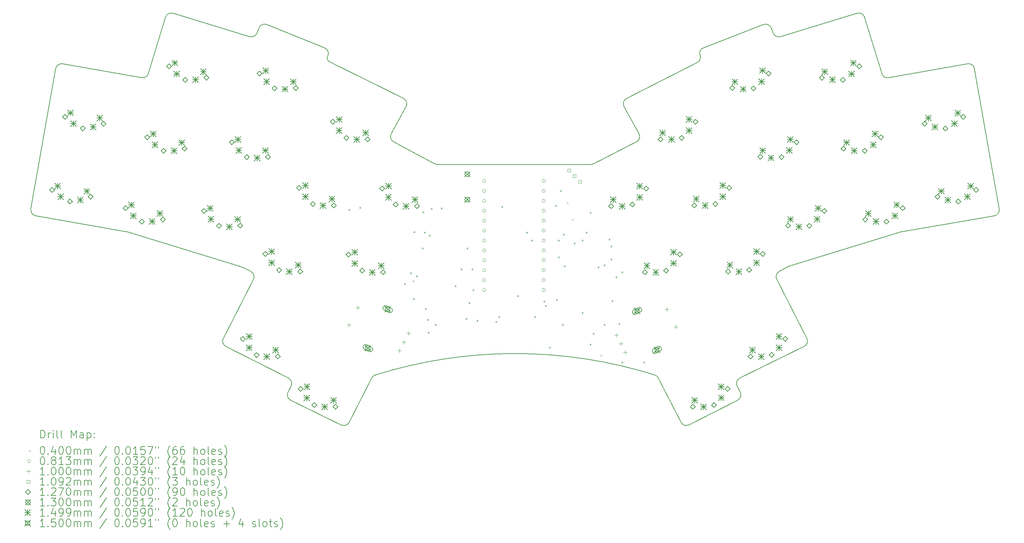
<source format=gbr>
%FSLAX45Y45*%
G04 Gerber Fmt 4.5, Leading zero omitted, Abs format (unit mm)*
G04 Created by KiCad (PCBNEW (6.0.4)) date 2022-08-21 15:28:55*
%MOMM*%
%LPD*%
G01*
G04 APERTURE LIST*
%TA.AperFunction,Profile*%
%ADD10C,0.150000*%
%TD*%
%ADD11C,0.200000*%
%ADD12C,0.040000*%
%ADD13C,0.081280*%
%ADD14C,0.100000*%
%ADD15C,0.109220*%
%ADD16C,0.127000*%
%ADD17C,0.130000*%
%ADD18C,0.149860*%
%ADD19C,0.150000*%
G04 APERTURE END LIST*
D10*
X18425774Y-6541436D02*
G75*
G03*
X18491326Y-6339686I-68114J133656D01*
G01*
X18170987Y-5430581D02*
G75*
G03*
X18105435Y-5632330I68093J-133649D01*
G01*
X24702596Y-4796523D02*
G75*
G03*
X24872086Y-4900389I143444J43853D01*
G01*
X24259181Y-3346191D02*
X24702593Y-4796524D01*
X10526640Y-4344890D02*
G75*
G03*
X10449137Y-4135785I-134000J69250D01*
G01*
X11074959Y-13727234D02*
X11654662Y-12589502D01*
X5381439Y-8844415D02*
X8279884Y-9730558D01*
X10873210Y-13792786D02*
G75*
G03*
X11074959Y-13727234I68100J133646D01*
G01*
X7854779Y-11578842D02*
X8626563Y-10064131D01*
X18896132Y-12514515D02*
G75*
G03*
X11743295Y-12514515I-3576418J-11367363D01*
G01*
X8530773Y-3846814D02*
G75*
G03*
X8713705Y-3759564I43857J143444D01*
G01*
X13385657Y-7127380D02*
X17203771Y-7127380D01*
X2933917Y-8259401D02*
X3567733Y-4664853D01*
X25225797Y-8840140D02*
G75*
G03*
X25207988Y-8844415I26013J-147590D01*
G01*
X24259182Y-3346191D02*
G75*
G03*
X24071880Y-3246601I-143442J-43849D01*
G01*
X11743296Y-12514516D02*
G75*
G03*
X11654662Y-12589502I45024J-143094D01*
G01*
X18984766Y-12589502D02*
X19564469Y-13727234D01*
X12148101Y-6339686D02*
X12533993Y-5632330D01*
X5381439Y-8844415D02*
G75*
G03*
X5363631Y-8840139I-43859J-143465D01*
G01*
X19766219Y-13792787D02*
X21013628Y-13157200D01*
X22108657Y-3846819D02*
X24071880Y-3246601D01*
X8965643Y-3536414D02*
X10449137Y-4135785D01*
X18105435Y-5632330D02*
X18491326Y-6339686D01*
X22719095Y-11780590D02*
G75*
G03*
X22784649Y-11578842I-68095J133650D01*
G01*
X7920332Y-11780592D02*
X9524144Y-12597775D01*
X3741501Y-4543184D02*
G75*
G03*
X3567733Y-4664853I-26051J-147716D01*
G01*
X20116800Y-4140200D02*
X21673785Y-3536414D01*
X12533994Y-5632331D02*
G75*
G03*
X12468441Y-5430581I-133674J68091D01*
G01*
X21925720Y-3759565D02*
G75*
G03*
X22108657Y-3846819I139080J56196D01*
G01*
X21869053Y-3619301D02*
X21925723Y-3759564D01*
X19981290Y-4508185D02*
G75*
G03*
X20052269Y-4318344I-68110J133655D01*
G01*
X8965643Y-3536416D02*
G75*
G03*
X8770375Y-3619301I-56193J-139074D01*
G01*
X5936835Y-4796524D02*
X6380246Y-3346191D01*
X5767342Y-4900390D02*
G75*
G03*
X5936835Y-4796524I26048J147720D01*
G01*
X8713705Y-3759564D02*
X8770375Y-3619301D01*
X24872086Y-4900389D02*
X26897926Y-4543179D01*
X8388110Y-9774285D02*
X8279884Y-9730558D01*
X22078417Y-9862381D02*
G75*
G03*
X22012865Y-10064131I68093J-133649D01*
G01*
X6567548Y-3246601D02*
X8530771Y-3846819D01*
X13249461Y-7094680D02*
G75*
G03*
X13385657Y-7127380I136199J267300D01*
G01*
X12148103Y-6339687D02*
G75*
G03*
X12213654Y-6541436I133637J-68103D01*
G01*
X21065284Y-12597775D02*
X22719096Y-11780592D01*
X22309544Y-9730558D02*
X25207988Y-8844415D01*
X27583837Y-8433171D02*
G75*
G03*
X27705511Y-8259401I-26047J147721D01*
G01*
X20116800Y-4140200D02*
G75*
G03*
X20052269Y-4318344I62970J-123570D01*
G01*
X17339968Y-7094681D02*
X18425774Y-6541435D01*
X3055591Y-8433170D02*
X5363631Y-8840139D01*
X21079180Y-12955450D02*
X20999732Y-12799524D01*
X10526639Y-4344889D02*
G75*
G03*
X10560349Y-4484387I93941J-51121D01*
G01*
X9589699Y-12799526D02*
G75*
G03*
X9524144Y-12597775I-133659J68096D01*
G01*
X9575800Y-13157200D02*
X10873209Y-13792787D01*
X27071695Y-4664853D02*
X27705511Y-8259401D01*
X7854778Y-11578842D02*
G75*
G03*
X7920332Y-11780592I133652J-68098D01*
G01*
X18170987Y-5430581D02*
X19981290Y-4508186D01*
X25225797Y-8840139D02*
X27583837Y-8433170D01*
X9510249Y-12955451D02*
G75*
G03*
X9575800Y-13157200I133651J-68099D01*
G01*
X3741502Y-4543179D02*
X5767342Y-4900389D01*
X10560349Y-4484387D02*
X12468441Y-5430581D01*
X9589696Y-12799524D02*
X9510248Y-12955450D01*
X21065286Y-12597777D02*
G75*
G03*
X20999732Y-12799524I68104J-133653D01*
G01*
X2933920Y-8259402D02*
G75*
G03*
X3055591Y-8433170I147720J-26048D01*
G01*
X18984767Y-12589501D02*
G75*
G03*
X18896132Y-12514515I-133667J-68119D01*
G01*
X22012865Y-10064131D02*
X22784648Y-11578842D01*
X21013628Y-13157201D02*
G75*
G03*
X21079180Y-12955450I-68098J133651D01*
G01*
X8626559Y-10064129D02*
G75*
G03*
X8561011Y-9862382I-133649J68099D01*
G01*
X19564471Y-13727234D02*
G75*
G03*
X19766219Y-13792787I133649J68094D01*
G01*
X21869052Y-3619301D02*
G75*
G03*
X21673785Y-3536414I-139072J-56179D01*
G01*
X6567547Y-3246606D02*
G75*
G03*
X6380246Y-3346191I-43857J-143444D01*
G01*
X12213654Y-6541436D02*
X13249460Y-7094681D01*
X8561011Y-9862382D02*
X8388110Y-9774285D01*
X17203771Y-7127380D02*
G75*
G03*
X17339968Y-7094682I10J299960D01*
G01*
X27071690Y-4664854D02*
G75*
G03*
X26897926Y-4543179I-147721J-26046D01*
G01*
X22309544Y-9730558D02*
X22078417Y-9862382D01*
D11*
D12*
X11054400Y-8260400D02*
X11094400Y-8300400D01*
X11094400Y-8260400D02*
X11054400Y-8300400D01*
X11333800Y-8209600D02*
X11373800Y-8249600D01*
X11373800Y-8209600D02*
X11333800Y-8249600D01*
X12476800Y-10165400D02*
X12516800Y-10205400D01*
X12516800Y-10165400D02*
X12476800Y-10205400D01*
X12629200Y-9886000D02*
X12669200Y-9926000D01*
X12669200Y-9886000D02*
X12629200Y-9926000D01*
X12704970Y-10088770D02*
X12744970Y-10128770D01*
X12744970Y-10088770D02*
X12704970Y-10128770D01*
X12705400Y-10546400D02*
X12745400Y-10586400D01*
X12745400Y-10546400D02*
X12705400Y-10586400D01*
X12718100Y-8831900D02*
X12758100Y-8871900D01*
X12758100Y-8831900D02*
X12718100Y-8871900D01*
X12781600Y-9962200D02*
X12821600Y-10002200D01*
X12821600Y-9962200D02*
X12781600Y-10002200D01*
X12934000Y-9251000D02*
X12974000Y-9291000D01*
X12974000Y-9251000D02*
X12934000Y-9291000D01*
X12946700Y-8323900D02*
X12986700Y-8363900D01*
X12986700Y-8323900D02*
X12946700Y-8363900D01*
X12984800Y-8844600D02*
X13024800Y-8884600D01*
X13024800Y-8844600D02*
X12984800Y-8884600D01*
X13010200Y-10800400D02*
X13050200Y-10840400D01*
X13050200Y-10800400D02*
X13010200Y-10840400D01*
X13061000Y-11080912D02*
X13101000Y-11120912D01*
X13101000Y-11080912D02*
X13061000Y-11120912D01*
X13086400Y-11410000D02*
X13126400Y-11450000D01*
X13126400Y-11410000D02*
X13086400Y-11450000D01*
X13111800Y-8920800D02*
X13151800Y-8960800D01*
X13151800Y-8920800D02*
X13111800Y-8960800D01*
X13162600Y-8235000D02*
X13202600Y-8275000D01*
X13202600Y-8235000D02*
X13162600Y-8275000D01*
X13264200Y-11206800D02*
X13304200Y-11246800D01*
X13304200Y-11206800D02*
X13264200Y-11246800D01*
X13416600Y-8224331D02*
X13456600Y-8264331D01*
X13456600Y-8224331D02*
X13416600Y-8264331D01*
X13772200Y-10216200D02*
X13812200Y-10256200D01*
X13812200Y-10216200D02*
X13772200Y-10256200D01*
X13924600Y-9784400D02*
X13964600Y-9824400D01*
X13964600Y-9784400D02*
X13924600Y-9824400D01*
X14051600Y-11054400D02*
X14091600Y-11094400D01*
X14091600Y-11054400D02*
X14051600Y-11094400D01*
X14077000Y-9251000D02*
X14117000Y-9291000D01*
X14117000Y-9251000D02*
X14077000Y-9291000D01*
X14127800Y-10648000D02*
X14167800Y-10688000D01*
X14167800Y-10648000D02*
X14127800Y-10688000D01*
X14204000Y-9784400D02*
X14244000Y-9824400D01*
X14244000Y-9784400D02*
X14204000Y-9824400D01*
X14229400Y-10317800D02*
X14269400Y-10357800D01*
X14269400Y-10317800D02*
X14229400Y-10357800D01*
X14331000Y-11105200D02*
X14371000Y-11145200D01*
X14371000Y-11105200D02*
X14331000Y-11145200D01*
X14813600Y-11130600D02*
X14853600Y-11170600D01*
X14853600Y-11130600D02*
X14813600Y-11170600D01*
X14889800Y-11003600D02*
X14929800Y-11043600D01*
X14929800Y-11003600D02*
X14889800Y-11043600D01*
X14966000Y-8184200D02*
X15006000Y-8224200D01*
X15006000Y-8184200D02*
X14966000Y-8224200D01*
X15372400Y-10470200D02*
X15412400Y-10510200D01*
X15412400Y-10470200D02*
X15372400Y-10510200D01*
X15601000Y-8844600D02*
X15641000Y-8884600D01*
X15641000Y-8844600D02*
X15601000Y-8884600D01*
X15728000Y-9047800D02*
X15768000Y-9087800D01*
X15768000Y-9047800D02*
X15728000Y-9087800D01*
X15804200Y-11003600D02*
X15844200Y-11043600D01*
X15844200Y-11003600D02*
X15804200Y-11043600D01*
X16045930Y-10610330D02*
X16085930Y-10650330D01*
X16085930Y-10610330D02*
X16045930Y-10650330D01*
X16083600Y-10724200D02*
X16123600Y-10764200D01*
X16123600Y-10724200D02*
X16083600Y-10764200D01*
X16185200Y-11791000D02*
X16225200Y-11831000D01*
X16225200Y-11791000D02*
X16185200Y-11831000D01*
X16337600Y-8158800D02*
X16377600Y-8198800D01*
X16377600Y-8158800D02*
X16337600Y-8198800D01*
X16363000Y-10571800D02*
X16403000Y-10611800D01*
X16403000Y-10571800D02*
X16363000Y-10611800D01*
X16413800Y-9047800D02*
X16453800Y-9087800D01*
X16453800Y-9047800D02*
X16413800Y-9087800D01*
X16413800Y-9479600D02*
X16453800Y-9519600D01*
X16453800Y-9479600D02*
X16413800Y-9519600D01*
X16464600Y-7777800D02*
X16504600Y-7817800D01*
X16504600Y-7777800D02*
X16464600Y-7817800D01*
X16515400Y-11206800D02*
X16555400Y-11246800D01*
X16555400Y-11206800D02*
X16515400Y-11246800D01*
X16540800Y-8895400D02*
X16580800Y-8935400D01*
X16580800Y-8895400D02*
X16540800Y-8935400D01*
X16566200Y-9708200D02*
X16606200Y-9748200D01*
X16606200Y-9708200D02*
X16566200Y-9748200D01*
X16642400Y-8086350D02*
X16682400Y-8126350D01*
X16682400Y-8086350D02*
X16642400Y-8126350D01*
X16769400Y-8510650D02*
X16809400Y-8550650D01*
X16809400Y-8510650D02*
X16769400Y-8550650D01*
X16820200Y-9124000D02*
X16860200Y-9164000D01*
X16860200Y-9124000D02*
X16820200Y-9164000D01*
X17023400Y-9047800D02*
X17063400Y-9087800D01*
X17063400Y-9047800D02*
X17023400Y-9087800D01*
X17023400Y-10902000D02*
X17063400Y-10942000D01*
X17063400Y-10902000D02*
X17023400Y-10942000D01*
X17125000Y-8844600D02*
X17165000Y-8884600D01*
X17165000Y-8844600D02*
X17125000Y-8884600D01*
X17226600Y-8336600D02*
X17266600Y-8376600D01*
X17266600Y-8336600D02*
X17226600Y-8376600D01*
X17226600Y-11714800D02*
X17266600Y-11754800D01*
X17266600Y-11714800D02*
X17226600Y-11754800D01*
X17302800Y-11435400D02*
X17342800Y-11475400D01*
X17342800Y-11435400D02*
X17302800Y-11475400D01*
X17429800Y-9733600D02*
X17469800Y-9773600D01*
X17469800Y-9733600D02*
X17429800Y-9773600D01*
X17503881Y-11996319D02*
X17543881Y-12036319D01*
X17543881Y-11996319D02*
X17503881Y-12036319D01*
X17582200Y-9682800D02*
X17622200Y-9722800D01*
X17622200Y-9682800D02*
X17582200Y-9722800D01*
X17582200Y-11206800D02*
X17622200Y-11246800D01*
X17622200Y-11206800D02*
X17582200Y-11246800D01*
X17709200Y-9022400D02*
X17749200Y-9062400D01*
X17749200Y-9022400D02*
X17709200Y-9062400D01*
X17760000Y-9200200D02*
X17800000Y-9240200D01*
X17800000Y-9200200D02*
X17760000Y-9240200D01*
X17760000Y-9530400D02*
X17800000Y-9570400D01*
X17800000Y-9530400D02*
X17760000Y-9570400D01*
X17785400Y-10597200D02*
X17825400Y-10637200D01*
X17825400Y-10597200D02*
X17785400Y-10637200D01*
X17887000Y-9987600D02*
X17927000Y-10027600D01*
X17927000Y-9987600D02*
X17887000Y-10027600D01*
X17963200Y-11181400D02*
X18003200Y-11221400D01*
X18003200Y-11181400D02*
X17963200Y-11221400D01*
X18039400Y-12172000D02*
X18079400Y-12212000D01*
X18079400Y-12172000D02*
X18039400Y-12212000D01*
X18039695Y-9860895D02*
X18079695Y-9900895D01*
X18079695Y-9860895D02*
X18039695Y-9900895D01*
X18598200Y-12172000D02*
X18638200Y-12212000D01*
X18638200Y-12172000D02*
X18598200Y-12212000D01*
D13*
X14570580Y-7543800D02*
G75*
G03*
X14570580Y-7543800I-40640J0D01*
G01*
X14570580Y-7797800D02*
G75*
G03*
X14570580Y-7797800I-40640J0D01*
G01*
X14570580Y-8051800D02*
G75*
G03*
X14570580Y-8051800I-40640J0D01*
G01*
X14570580Y-8305800D02*
G75*
G03*
X14570580Y-8305800I-40640J0D01*
G01*
X14570580Y-8559800D02*
G75*
G03*
X14570580Y-8559800I-40640J0D01*
G01*
X14570580Y-8813800D02*
G75*
G03*
X14570580Y-8813800I-40640J0D01*
G01*
X14570580Y-9067800D02*
G75*
G03*
X14570580Y-9067800I-40640J0D01*
G01*
X14570580Y-9321800D02*
G75*
G03*
X14570580Y-9321800I-40640J0D01*
G01*
X14570580Y-9575800D02*
G75*
G03*
X14570580Y-9575800I-40640J0D01*
G01*
X14570580Y-9829800D02*
G75*
G03*
X14570580Y-9829800I-40640J0D01*
G01*
X14570580Y-10083800D02*
G75*
G03*
X14570580Y-10083800I-40640J0D01*
G01*
X14570580Y-10337800D02*
G75*
G03*
X14570580Y-10337800I-40640J0D01*
G01*
X16092580Y-7543800D02*
G75*
G03*
X16092580Y-7543800I-40640J0D01*
G01*
X16092580Y-7797800D02*
G75*
G03*
X16092580Y-7797800I-40640J0D01*
G01*
X16092580Y-8051800D02*
G75*
G03*
X16092580Y-8051800I-40640J0D01*
G01*
X16092580Y-8305800D02*
G75*
G03*
X16092580Y-8305800I-40640J0D01*
G01*
X16092580Y-8559800D02*
G75*
G03*
X16092580Y-8559800I-40640J0D01*
G01*
X16092580Y-8813800D02*
G75*
G03*
X16092580Y-8813800I-40640J0D01*
G01*
X16092580Y-9067800D02*
G75*
G03*
X16092580Y-9067800I-40640J0D01*
G01*
X16092580Y-9321800D02*
G75*
G03*
X16092580Y-9321800I-40640J0D01*
G01*
X16092580Y-9575800D02*
G75*
G03*
X16092580Y-9575800I-40640J0D01*
G01*
X16092580Y-9829800D02*
G75*
G03*
X16092580Y-9829800I-40640J0D01*
G01*
X16092580Y-10083800D02*
G75*
G03*
X16092580Y-10083800I-40640J0D01*
G01*
X16092580Y-10337800D02*
G75*
G03*
X16092580Y-10337800I-40640J0D01*
G01*
D14*
X11070322Y-11183363D02*
X11070322Y-11283363D01*
X11020322Y-11233363D02*
X11120322Y-11233363D01*
X11297317Y-10737859D02*
X11297317Y-10837859D01*
X11247317Y-10787859D02*
X11347317Y-10787859D01*
X12362281Y-11841649D02*
X12362281Y-11941649D01*
X12312281Y-11891649D02*
X12412281Y-11891649D01*
X12475779Y-11618897D02*
X12475779Y-11718897D01*
X12425779Y-11668897D02*
X12525779Y-11668897D01*
X12589276Y-11396146D02*
X12589276Y-11496146D01*
X12539276Y-11446146D02*
X12639276Y-11446146D01*
X17911942Y-11441091D02*
X17911942Y-11541091D01*
X17861942Y-11491091D02*
X17961942Y-11491091D01*
X18025439Y-11663842D02*
X18025439Y-11763842D01*
X17975439Y-11713842D02*
X18075439Y-11713842D01*
X18138937Y-11886594D02*
X18138937Y-11986594D01*
X18088937Y-11936594D02*
X18188937Y-11936594D01*
X19203901Y-10782805D02*
X19203901Y-10882805D01*
X19153901Y-10832805D02*
X19253901Y-10832805D01*
X19430897Y-11228308D02*
X19430897Y-11328308D01*
X19380897Y-11278308D02*
X19480897Y-11278308D01*
D15*
X16737394Y-7313994D02*
X16737394Y-7236763D01*
X16660163Y-7236763D01*
X16660163Y-7313994D01*
X16737394Y-7313994D01*
X16878816Y-7455415D02*
X16878816Y-7378184D01*
X16801585Y-7378184D01*
X16801585Y-7455415D01*
X16878816Y-7455415D01*
X17020237Y-7596837D02*
X17020237Y-7519606D01*
X16943006Y-7519606D01*
X16943006Y-7596837D01*
X17020237Y-7596837D01*
D16*
X3476377Y-7839427D02*
X3539877Y-7775927D01*
X3476377Y-7712427D01*
X3412877Y-7775927D01*
X3476377Y-7839427D01*
X3805404Y-5966585D02*
X3868904Y-5903085D01*
X3805404Y-5839585D01*
X3741904Y-5903085D01*
X3805404Y-5966585D01*
X3932314Y-8133061D02*
X3995814Y-8069561D01*
X3932314Y-8006061D01*
X3868814Y-8069561D01*
X3932314Y-8133061D01*
X4261342Y-6260219D02*
X4324842Y-6196719D01*
X4261342Y-6133219D01*
X4197842Y-6196719D01*
X4261342Y-6260219D01*
X4461184Y-8013076D02*
X4524684Y-7949576D01*
X4461184Y-7886076D01*
X4397684Y-7949576D01*
X4461184Y-8013076D01*
X4790212Y-6140233D02*
X4853712Y-6076733D01*
X4790212Y-6013233D01*
X4726712Y-6076733D01*
X4790212Y-6140233D01*
X5354986Y-8303495D02*
X5418486Y-8239995D01*
X5354986Y-8176495D01*
X5291486Y-8239995D01*
X5354986Y-8303495D01*
X5771740Y-8650505D02*
X5835240Y-8587005D01*
X5771740Y-8523505D01*
X5708240Y-8587005D01*
X5771740Y-8650505D01*
X5910525Y-6486554D02*
X5974025Y-6423054D01*
X5910525Y-6359554D01*
X5847025Y-6423054D01*
X5910525Y-6486554D01*
X6311291Y-8595867D02*
X6374791Y-8532367D01*
X6311291Y-8468867D01*
X6247791Y-8532367D01*
X6311291Y-8595867D01*
X6327279Y-6833564D02*
X6390779Y-6770064D01*
X6327279Y-6706564D01*
X6263779Y-6770064D01*
X6327279Y-6833564D01*
X6465998Y-4669537D02*
X6529498Y-4606037D01*
X6465998Y-4542537D01*
X6402498Y-4606037D01*
X6465998Y-4669537D01*
X6866829Y-6778926D02*
X6930329Y-6715426D01*
X6866829Y-6651926D01*
X6803329Y-6715426D01*
X6866829Y-6778926D01*
X6882753Y-5016547D02*
X6946253Y-4953047D01*
X6882753Y-4889547D01*
X6819253Y-4953047D01*
X6882753Y-5016547D01*
X7359981Y-8375929D02*
X7423481Y-8312429D01*
X7359981Y-8248929D01*
X7296481Y-8312429D01*
X7359981Y-8375929D01*
X7422303Y-4961909D02*
X7485803Y-4898409D01*
X7422303Y-4834909D01*
X7358803Y-4898409D01*
X7422303Y-4961909D01*
X7744906Y-8757941D02*
X7808406Y-8694441D01*
X7744906Y-8630941D01*
X7681406Y-8694441D01*
X7744906Y-8757941D01*
X8071734Y-6614280D02*
X8135234Y-6550780D01*
X8071734Y-6487280D01*
X8008234Y-6550780D01*
X8071734Y-6614280D01*
X8287165Y-8750536D02*
X8350665Y-8687036D01*
X8287165Y-8623536D01*
X8223665Y-8687036D01*
X8287165Y-8750536D01*
X8356099Y-11650577D02*
X8419599Y-11587077D01*
X8356099Y-11523577D01*
X8292599Y-11587077D01*
X8356099Y-11650577D01*
X8456658Y-6996292D02*
X8520158Y-6932792D01*
X8456658Y-6869292D01*
X8393158Y-6932792D01*
X8456658Y-6996292D01*
X8706265Y-12064683D02*
X8769765Y-12001183D01*
X8706265Y-11937683D01*
X8642765Y-12001183D01*
X8706265Y-12064683D01*
X8783486Y-4852631D02*
X8846986Y-4789131D01*
X8783486Y-4725631D01*
X8719986Y-4789131D01*
X8783486Y-4852631D01*
X8931650Y-9474717D02*
X8995150Y-9411217D01*
X8931650Y-9347717D01*
X8868150Y-9411217D01*
X8931650Y-9474717D01*
X8998918Y-6988886D02*
X9062418Y-6925386D01*
X8998918Y-6861886D01*
X8935418Y-6925386D01*
X8998918Y-6988886D01*
X9168411Y-5234643D02*
X9231911Y-5171143D01*
X9168411Y-5107643D01*
X9104911Y-5171143D01*
X9168411Y-5234643D01*
X9247106Y-12104567D02*
X9310606Y-12041067D01*
X9247106Y-11977567D01*
X9183606Y-12041067D01*
X9247106Y-12104567D01*
X9281816Y-9888824D02*
X9345316Y-9825324D01*
X9281816Y-9761824D01*
X9218316Y-9825324D01*
X9281816Y-9888824D01*
X9710670Y-5227237D02*
X9774170Y-5163737D01*
X9710670Y-5100237D01*
X9647170Y-5163737D01*
X9710670Y-5227237D01*
X9794232Y-7781805D02*
X9857732Y-7718305D01*
X9794232Y-7654805D01*
X9730732Y-7718305D01*
X9794232Y-7781805D01*
X9822657Y-9928708D02*
X9886157Y-9865208D01*
X9822657Y-9801708D01*
X9759157Y-9865208D01*
X9822657Y-9928708D01*
X9833366Y-12936387D02*
X9896866Y-12872887D01*
X9833366Y-12809387D01*
X9769866Y-12872887D01*
X9833366Y-12936387D01*
X10144397Y-8195911D02*
X10207897Y-8132411D01*
X10144397Y-8068911D01*
X10080897Y-8132411D01*
X10144397Y-8195911D01*
X10183531Y-13350493D02*
X10247031Y-13286993D01*
X10183531Y-13223493D01*
X10120031Y-13286993D01*
X10183531Y-13350493D01*
X10656814Y-6088892D02*
X10720314Y-6025392D01*
X10656814Y-5961892D01*
X10593314Y-6025392D01*
X10656814Y-6088892D01*
X10685239Y-8235795D02*
X10748739Y-8172295D01*
X10685239Y-8108795D01*
X10621739Y-8172295D01*
X10685239Y-8235795D01*
X10724373Y-13390377D02*
X10787873Y-13326877D01*
X10724373Y-13263377D01*
X10660873Y-13326877D01*
X10724373Y-13390377D01*
X11006979Y-6502999D02*
X11070479Y-6439499D01*
X11006979Y-6375999D01*
X10943479Y-6439499D01*
X11006979Y-6502999D01*
X11055854Y-9490843D02*
X11119354Y-9427343D01*
X11055854Y-9363843D01*
X10992354Y-9427343D01*
X11055854Y-9490843D01*
X11406019Y-9904949D02*
X11469519Y-9841449D01*
X11406019Y-9777949D01*
X11342519Y-9841449D01*
X11406019Y-9904949D01*
X11547821Y-6542883D02*
X11611321Y-6479383D01*
X11547821Y-6415883D01*
X11484321Y-6479383D01*
X11547821Y-6542883D01*
X11918435Y-7797930D02*
X11981935Y-7734430D01*
X11918435Y-7670930D01*
X11854935Y-7734430D01*
X11918435Y-7797930D01*
X11946860Y-9944833D02*
X12010360Y-9881333D01*
X11946860Y-9817833D01*
X11883360Y-9881333D01*
X11946860Y-9944833D01*
X12268601Y-8212037D02*
X12332101Y-8148537D01*
X12268601Y-8085037D01*
X12205101Y-8148537D01*
X12268601Y-8212037D01*
X12809442Y-8251921D02*
X12872942Y-8188421D01*
X12809442Y-8124921D01*
X12745942Y-8188421D01*
X12809442Y-8251921D01*
X17780363Y-8251483D02*
X17843863Y-8187983D01*
X17780363Y-8124483D01*
X17716863Y-8187983D01*
X17780363Y-8251483D01*
X18321204Y-8211599D02*
X18384704Y-8148099D01*
X18321204Y-8084599D01*
X18257704Y-8148099D01*
X18321204Y-8211599D01*
X18642945Y-9944395D02*
X18706445Y-9880895D01*
X18642945Y-9817395D01*
X18579445Y-9880895D01*
X18642945Y-9944395D01*
X18671370Y-7797492D02*
X18734870Y-7733992D01*
X18671370Y-7670492D01*
X18607870Y-7733992D01*
X18671370Y-7797492D01*
X19041985Y-6542445D02*
X19105485Y-6478945D01*
X19041985Y-6415445D01*
X18978485Y-6478945D01*
X19041985Y-6542445D01*
X19183786Y-9904511D02*
X19247286Y-9841011D01*
X19183786Y-9777511D01*
X19120286Y-9841011D01*
X19183786Y-9904511D01*
X19533952Y-9490405D02*
X19597452Y-9426905D01*
X19533952Y-9363405D01*
X19470452Y-9426905D01*
X19533952Y-9490405D01*
X19582826Y-6502561D02*
X19646326Y-6439061D01*
X19582826Y-6375561D01*
X19519326Y-6439061D01*
X19582826Y-6502561D01*
X19865433Y-13389939D02*
X19928933Y-13326439D01*
X19865433Y-13262939D01*
X19801933Y-13326439D01*
X19865433Y-13389939D01*
X19904567Y-8235357D02*
X19968067Y-8171857D01*
X19904567Y-8108357D01*
X19841067Y-8171857D01*
X19904567Y-8235357D01*
X19932991Y-6088454D02*
X19996491Y-6024954D01*
X19932991Y-5961454D01*
X19869491Y-6024954D01*
X19932991Y-6088454D01*
X20406274Y-13350055D02*
X20469774Y-13286555D01*
X20406274Y-13223055D01*
X20342774Y-13286555D01*
X20406274Y-13350055D01*
X20445408Y-8195473D02*
X20508908Y-8131973D01*
X20445408Y-8068473D01*
X20381908Y-8131973D01*
X20445408Y-8195473D01*
X20756439Y-12935949D02*
X20819939Y-12872449D01*
X20756439Y-12808949D01*
X20692939Y-12872449D01*
X20756439Y-12935949D01*
X20767148Y-9928270D02*
X20830648Y-9864770D01*
X20767148Y-9801270D01*
X20703648Y-9864770D01*
X20767148Y-9928270D01*
X20795573Y-7781367D02*
X20859073Y-7717867D01*
X20795573Y-7654367D01*
X20732073Y-7717867D01*
X20795573Y-7781367D01*
X20879170Y-5226876D02*
X20942670Y-5163376D01*
X20879170Y-5099876D01*
X20815670Y-5163376D01*
X20879170Y-5226876D01*
X21307990Y-9888386D02*
X21371490Y-9824886D01*
X21307990Y-9761386D01*
X21244490Y-9824886D01*
X21307990Y-9888386D01*
X21342699Y-12104129D02*
X21406199Y-12040629D01*
X21342699Y-11977129D01*
X21279199Y-12040629D01*
X21342699Y-12104129D01*
X21421429Y-5234281D02*
X21484929Y-5170781D01*
X21421429Y-5107281D01*
X21357929Y-5170781D01*
X21421429Y-5234281D01*
X21590923Y-6988525D02*
X21654423Y-6925025D01*
X21590923Y-6861525D01*
X21527423Y-6925025D01*
X21590923Y-6988525D01*
X21658155Y-9474279D02*
X21721655Y-9410779D01*
X21658155Y-9347279D01*
X21594655Y-9410779D01*
X21658155Y-9474279D01*
X21806354Y-4852269D02*
X21869854Y-4788769D01*
X21806354Y-4725269D01*
X21742854Y-4788769D01*
X21806354Y-4852269D01*
X21883541Y-12064245D02*
X21947041Y-12000745D01*
X21883541Y-11937245D01*
X21820041Y-12000745D01*
X21883541Y-12064245D01*
X22133182Y-6995930D02*
X22196682Y-6932430D01*
X22133182Y-6868930D01*
X22069682Y-6932430D01*
X22133182Y-6995930D01*
X22233706Y-11650139D02*
X22297206Y-11586639D01*
X22233706Y-11523139D01*
X22170206Y-11586639D01*
X22233706Y-11650139D01*
X22302675Y-8750174D02*
X22366175Y-8686674D01*
X22302675Y-8623174D01*
X22239175Y-8686674D01*
X22302675Y-8750174D01*
X22518106Y-6613918D02*
X22581606Y-6550418D01*
X22518106Y-6486918D01*
X22454606Y-6550418D01*
X22518106Y-6613918D01*
X22844934Y-8757580D02*
X22908434Y-8694080D01*
X22844934Y-8630580D01*
X22781434Y-8694080D01*
X22844934Y-8757580D01*
X23167565Y-4961627D02*
X23231065Y-4898127D01*
X23167565Y-4834627D01*
X23104065Y-4898127D01*
X23167565Y-4961627D01*
X23229859Y-8375568D02*
X23293359Y-8312068D01*
X23229859Y-8248568D01*
X23166359Y-8312068D01*
X23229859Y-8375568D01*
X23707115Y-5016265D02*
X23770615Y-4952765D01*
X23707115Y-4889265D01*
X23643615Y-4952765D01*
X23707115Y-5016265D01*
X23723071Y-6778606D02*
X23786571Y-6715106D01*
X23723071Y-6651606D01*
X23659571Y-6715106D01*
X23723071Y-6778606D01*
X24123870Y-4669255D02*
X24187370Y-4605755D01*
X24123870Y-4542255D01*
X24060370Y-4605755D01*
X24123870Y-4669255D01*
X24262621Y-6833244D02*
X24326121Y-6769744D01*
X24262621Y-6706244D01*
X24199121Y-6769744D01*
X24262621Y-6833244D01*
X24278577Y-8595585D02*
X24342077Y-8532085D01*
X24278577Y-8468585D01*
X24215077Y-8532085D01*
X24278577Y-8595585D01*
X24679376Y-6486234D02*
X24742876Y-6422734D01*
X24679376Y-6359234D01*
X24615876Y-6422734D01*
X24679376Y-6486234D01*
X24818128Y-8650223D02*
X24881628Y-8586723D01*
X24818128Y-8523223D01*
X24754628Y-8586723D01*
X24818128Y-8650223D01*
X25234882Y-8303213D02*
X25298382Y-8239713D01*
X25234882Y-8176213D01*
X25171382Y-8239713D01*
X25234882Y-8303213D01*
X25798152Y-6141429D02*
X25861652Y-6077929D01*
X25798152Y-6014429D01*
X25734652Y-6077929D01*
X25798152Y-6141429D01*
X26128679Y-8012946D02*
X26192179Y-7949446D01*
X26128679Y-7885946D01*
X26065179Y-7949446D01*
X26128679Y-8012946D01*
X26327022Y-6261415D02*
X26390522Y-6197915D01*
X26327022Y-6134415D01*
X26263522Y-6197915D01*
X26327022Y-6261415D01*
X26657549Y-8132932D02*
X26721049Y-8069432D01*
X26657549Y-8005932D01*
X26594049Y-8069432D01*
X26657549Y-8132932D01*
X26782960Y-5967781D02*
X26846460Y-5904281D01*
X26782960Y-5840781D01*
X26719460Y-5904281D01*
X26782960Y-5967781D01*
X27113487Y-7839298D02*
X27176987Y-7775798D01*
X27113487Y-7712298D01*
X27049987Y-7775798D01*
X27113487Y-7839298D01*
D17*
X14032000Y-7306200D02*
X14162000Y-7436200D01*
X14162000Y-7306200D02*
X14032000Y-7436200D01*
X14162000Y-7371200D02*
G75*
G03*
X14162000Y-7371200I-65000J0D01*
G01*
X14032000Y-7956200D02*
X14162000Y-8086200D01*
X14162000Y-7956200D02*
X14032000Y-8086200D01*
X14162000Y-8021200D02*
G75*
G03*
X14162000Y-8021200I-65000J0D01*
G01*
D18*
X3540518Y-7597576D02*
X3690378Y-7747436D01*
X3690378Y-7597576D02*
X3540518Y-7747436D01*
X3615448Y-7597576D02*
X3615448Y-7747436D01*
X3540518Y-7672506D02*
X3690378Y-7672506D01*
X3621482Y-7869770D02*
X3771342Y-8019630D01*
X3771342Y-7869770D02*
X3621482Y-8019630D01*
X3696412Y-7869770D02*
X3696412Y-8019630D01*
X3621482Y-7944700D02*
X3771342Y-7944700D01*
X3869546Y-5724733D02*
X4019406Y-5874593D01*
X4019406Y-5724733D02*
X3869546Y-5874593D01*
X3944476Y-5724733D02*
X3944476Y-5874593D01*
X3869546Y-5799663D02*
X4019406Y-5799663D01*
X3950510Y-5996928D02*
X4100370Y-6146788D01*
X4100370Y-5996928D02*
X3950510Y-6146788D01*
X4025440Y-5996928D02*
X4025440Y-6146788D01*
X3950510Y-6071858D02*
X4100370Y-6071858D01*
X4121765Y-7957984D02*
X4271625Y-8107844D01*
X4271625Y-7957984D02*
X4121765Y-8107844D01*
X4196695Y-7957984D02*
X4196695Y-8107844D01*
X4121765Y-8032914D02*
X4271625Y-8032914D01*
X4290942Y-7729896D02*
X4440802Y-7879756D01*
X4440802Y-7729896D02*
X4290942Y-7879756D01*
X4365872Y-7729896D02*
X4365872Y-7879756D01*
X4290942Y-7804826D02*
X4440802Y-7804826D01*
X4450793Y-6085141D02*
X4600653Y-6235001D01*
X4600653Y-6085141D02*
X4450793Y-6235001D01*
X4525723Y-6085141D02*
X4525723Y-6235001D01*
X4450793Y-6160071D02*
X4600653Y-6160071D01*
X4619970Y-5857053D02*
X4769830Y-6006913D01*
X4769830Y-5857053D02*
X4619970Y-6006913D01*
X4694900Y-5857053D02*
X4694900Y-6006913D01*
X4619970Y-5931983D02*
X4769830Y-5931983D01*
X5430695Y-8079363D02*
X5580555Y-8229223D01*
X5580555Y-8079363D02*
X5430695Y-8229223D01*
X5505625Y-8079363D02*
X5505625Y-8229223D01*
X5430695Y-8154293D02*
X5580555Y-8154293D01*
X5477883Y-8359396D02*
X5627743Y-8509256D01*
X5627743Y-8359396D02*
X5477883Y-8509256D01*
X5552813Y-8359396D02*
X5552813Y-8509256D01*
X5477883Y-8434326D02*
X5627743Y-8434326D01*
X5963686Y-8507921D02*
X6113546Y-8657781D01*
X6113546Y-8507921D02*
X5963686Y-8657781D01*
X6038616Y-8507921D02*
X6038616Y-8657781D01*
X5963686Y-8582851D02*
X6113546Y-8582851D01*
X5986234Y-6262422D02*
X6136094Y-6412282D01*
X6136094Y-6262422D02*
X5986234Y-6412282D01*
X6061164Y-6262422D02*
X6061164Y-6412282D01*
X5986234Y-6337352D02*
X6136094Y-6337352D01*
X6033422Y-6542455D02*
X6183282Y-6692315D01*
X6183282Y-6542455D02*
X6033422Y-6692315D01*
X6108352Y-6542455D02*
X6108352Y-6692315D01*
X6033422Y-6617385D02*
X6183282Y-6617385D01*
X6159399Y-8302150D02*
X6309259Y-8452011D01*
X6309259Y-8302150D02*
X6159399Y-8452011D01*
X6234329Y-8302150D02*
X6234329Y-8452011D01*
X6159399Y-8377080D02*
X6309259Y-8377080D01*
X6519225Y-6690980D02*
X6669085Y-6840840D01*
X6669085Y-6690980D02*
X6519225Y-6840840D01*
X6594155Y-6690980D02*
X6594155Y-6840840D01*
X6519225Y-6765910D02*
X6669085Y-6765910D01*
X6541708Y-4445405D02*
X6691568Y-4595265D01*
X6691568Y-4445405D02*
X6541708Y-4595265D01*
X6616638Y-4445405D02*
X6616638Y-4595265D01*
X6541708Y-4520335D02*
X6691568Y-4520335D01*
X6588896Y-4725438D02*
X6738756Y-4875298D01*
X6738756Y-4725438D02*
X6588896Y-4875298D01*
X6663826Y-4725438D02*
X6663826Y-4875298D01*
X6588896Y-4800368D02*
X6738756Y-4800368D01*
X6714938Y-6485209D02*
X6864798Y-6635069D01*
X6864798Y-6485209D02*
X6714938Y-6635069D01*
X6789868Y-6485209D02*
X6789868Y-6635069D01*
X6714938Y-6560139D02*
X6864798Y-6560139D01*
X7074699Y-4873963D02*
X7224559Y-5023823D01*
X7224559Y-4873963D02*
X7074699Y-5023823D01*
X7149629Y-4873963D02*
X7149629Y-5023823D01*
X7074699Y-4948893D02*
X7224559Y-4948893D01*
X7270412Y-4668192D02*
X7420272Y-4818052D01*
X7420272Y-4668192D02*
X7270412Y-4818052D01*
X7345342Y-4668192D02*
X7345342Y-4818052D01*
X7270412Y-4743122D02*
X7420272Y-4743122D01*
X7442586Y-8165252D02*
X7592446Y-8315112D01*
X7592446Y-8165252D02*
X7442586Y-8315112D01*
X7517516Y-8165252D02*
X7517516Y-8315112D01*
X7442586Y-8240182D02*
X7592446Y-8240182D01*
X7465189Y-8448332D02*
X7615049Y-8598192D01*
X7615049Y-8448332D02*
X7465189Y-8598192D01*
X7540119Y-8448332D02*
X7540119Y-8598192D01*
X7465189Y-8523262D02*
X7615049Y-8523262D01*
X7936198Y-8638632D02*
X8086058Y-8788492D01*
X8086058Y-8638632D02*
X7936198Y-8788492D01*
X8011128Y-8638632D02*
X8011128Y-8788492D01*
X7936198Y-8713562D02*
X8086058Y-8713562D01*
X8149100Y-8450703D02*
X8298960Y-8600563D01*
X8298960Y-8450703D02*
X8149100Y-8600563D01*
X8224030Y-8450703D02*
X8224030Y-8600563D01*
X8149100Y-8525633D02*
X8298960Y-8525633D01*
X8154339Y-6403603D02*
X8304199Y-6553463D01*
X8304199Y-6403603D02*
X8154339Y-6553463D01*
X8229269Y-6403603D02*
X8229269Y-6553463D01*
X8154339Y-6478533D02*
X8304199Y-6478533D01*
X8176941Y-6686683D02*
X8326801Y-6836543D01*
X8326801Y-6686683D02*
X8176941Y-6836543D01*
X8251871Y-6686683D02*
X8251871Y-6836543D01*
X8176941Y-6761613D02*
X8326801Y-6761613D01*
X8442246Y-11737877D02*
X8592106Y-11887737D01*
X8592106Y-11737877D02*
X8442246Y-11887737D01*
X8517176Y-11737877D02*
X8517176Y-11887737D01*
X8442246Y-11812807D02*
X8592106Y-11812807D01*
X8444402Y-11453905D02*
X8594262Y-11603765D01*
X8594262Y-11453905D02*
X8444402Y-11603765D01*
X8519332Y-11453905D02*
X8519332Y-11603765D01*
X8444402Y-11528835D02*
X8594262Y-11528835D01*
X8647951Y-6876983D02*
X8797811Y-7026843D01*
X8797811Y-6876983D02*
X8647951Y-7026843D01*
X8722881Y-6876983D02*
X8722881Y-7026843D01*
X8647951Y-6951913D02*
X8797811Y-6951913D01*
X8860853Y-6689053D02*
X9010713Y-6838913D01*
X9010713Y-6689053D02*
X8860853Y-6838913D01*
X8935783Y-6689053D02*
X8935783Y-6838913D01*
X8860853Y-6763983D02*
X9010713Y-6763983D01*
X8866091Y-4641954D02*
X9015951Y-4791814D01*
X9015951Y-4641954D02*
X8866091Y-4791814D01*
X8941021Y-4641954D02*
X8941021Y-4791814D01*
X8866091Y-4716884D02*
X9015951Y-4716884D01*
X8888694Y-4925033D02*
X9038554Y-5074893D01*
X9038554Y-4925033D02*
X8888694Y-5074893D01*
X8963624Y-4925033D02*
X8963624Y-5074893D01*
X8888694Y-4999963D02*
X9038554Y-4999963D01*
X8894877Y-11968504D02*
X9044737Y-12118364D01*
X9044737Y-11968504D02*
X8894877Y-12118364D01*
X8969807Y-11968504D02*
X8969807Y-12118364D01*
X8894877Y-12043434D02*
X9044737Y-12043434D01*
X9017797Y-9562018D02*
X9167657Y-9711878D01*
X9167657Y-9562018D02*
X9017797Y-9711878D01*
X9092727Y-9562018D02*
X9092727Y-9711878D01*
X9017797Y-9636948D02*
X9167657Y-9636948D01*
X9019953Y-9278045D02*
X9169813Y-9427905D01*
X9169813Y-9278045D02*
X9019953Y-9427905D01*
X9094883Y-9278045D02*
X9094883Y-9427905D01*
X9019953Y-9352975D02*
X9169813Y-9352975D01*
X9123349Y-11799846D02*
X9273209Y-11949706D01*
X9273209Y-11799846D02*
X9123349Y-11949706D01*
X9198279Y-11799846D02*
X9198279Y-11949706D01*
X9123349Y-11874776D02*
X9273209Y-11874776D01*
X9359703Y-5115334D02*
X9509563Y-5265194D01*
X9509563Y-5115334D02*
X9359703Y-5265194D01*
X9434633Y-5115334D02*
X9434633Y-5265194D01*
X9359703Y-5190264D02*
X9509563Y-5190264D01*
X9470428Y-9792645D02*
X9620288Y-9942505D01*
X9620288Y-9792645D02*
X9470428Y-9942505D01*
X9545358Y-9792645D02*
X9545358Y-9942505D01*
X9470428Y-9867575D02*
X9620288Y-9867575D01*
X9572606Y-4927404D02*
X9722466Y-5077264D01*
X9722466Y-4927404D02*
X9572606Y-5077264D01*
X9647536Y-4927404D02*
X9647536Y-5077264D01*
X9572606Y-5002334D02*
X9722466Y-5002334D01*
X9698900Y-9623986D02*
X9848760Y-9773846D01*
X9848760Y-9623986D02*
X9698900Y-9773846D01*
X9773830Y-9623986D02*
X9773830Y-9773846D01*
X9698900Y-9698916D02*
X9848760Y-9698916D01*
X9880379Y-7869105D02*
X10030239Y-8018965D01*
X10030239Y-7869105D02*
X9880379Y-8018965D01*
X9955309Y-7869105D02*
X9955309Y-8018965D01*
X9880379Y-7944035D02*
X10030239Y-7944035D01*
X9882535Y-7585133D02*
X10032395Y-7734993D01*
X10032395Y-7585133D02*
X9882535Y-7734993D01*
X9957465Y-7585133D02*
X9957465Y-7734993D01*
X9882535Y-7660063D02*
X10032395Y-7660063D01*
X9919513Y-13023687D02*
X10069373Y-13173547D01*
X10069373Y-13023687D02*
X9919513Y-13173547D01*
X9994443Y-13023687D02*
X9994443Y-13173547D01*
X9919513Y-13098617D02*
X10069373Y-13098617D01*
X9921669Y-12739715D02*
X10071529Y-12889575D01*
X10071529Y-12739715D02*
X9921669Y-12889575D01*
X9996599Y-12739715D02*
X9996599Y-12889575D01*
X9921669Y-12814645D02*
X10071529Y-12814645D01*
X10333010Y-8099732D02*
X10482870Y-8249592D01*
X10482870Y-8099732D02*
X10333010Y-8249592D01*
X10407940Y-8099732D02*
X10407940Y-8249592D01*
X10333010Y-8174662D02*
X10482870Y-8174662D01*
X10372144Y-13254315D02*
X10522004Y-13404175D01*
X10522004Y-13254315D02*
X10372144Y-13404175D01*
X10447074Y-13254315D02*
X10447074Y-13404175D01*
X10372144Y-13329245D02*
X10522004Y-13329245D01*
X10561482Y-7931073D02*
X10711342Y-8080933D01*
X10711342Y-7931073D02*
X10561482Y-8080933D01*
X10636412Y-7931073D02*
X10636412Y-8080933D01*
X10561482Y-8006003D02*
X10711342Y-8006003D01*
X10600616Y-13085656D02*
X10750476Y-13235516D01*
X10750476Y-13085656D02*
X10600616Y-13235516D01*
X10675546Y-13085656D02*
X10675546Y-13235516D01*
X10600616Y-13160586D02*
X10750476Y-13160586D01*
X10742961Y-6176193D02*
X10892821Y-6326053D01*
X10892821Y-6176193D02*
X10742961Y-6326053D01*
X10817891Y-6176193D02*
X10817891Y-6326053D01*
X10742961Y-6251123D02*
X10892821Y-6251123D01*
X10745117Y-5892220D02*
X10894977Y-6042080D01*
X10894977Y-5892220D02*
X10745117Y-6042080D01*
X10820047Y-5892220D02*
X10820047Y-6042080D01*
X10745117Y-5967150D02*
X10894977Y-5967150D01*
X11142000Y-9578143D02*
X11291860Y-9728003D01*
X11291860Y-9578143D02*
X11142000Y-9728003D01*
X11216930Y-9578143D02*
X11216930Y-9728003D01*
X11142000Y-9653073D02*
X11291860Y-9653073D01*
X11144156Y-9294171D02*
X11294016Y-9444031D01*
X11294016Y-9294171D02*
X11144156Y-9444031D01*
X11219086Y-9294171D02*
X11219086Y-9444031D01*
X11144156Y-9369101D02*
X11294016Y-9369101D01*
X11195592Y-6406820D02*
X11345452Y-6556680D01*
X11345452Y-6406820D02*
X11195592Y-6556680D01*
X11270522Y-6406820D02*
X11270522Y-6556680D01*
X11195592Y-6481750D02*
X11345452Y-6481750D01*
X11424064Y-6238161D02*
X11573924Y-6388021D01*
X11573924Y-6238161D02*
X11424064Y-6388021D01*
X11498994Y-6238161D02*
X11498994Y-6388021D01*
X11424064Y-6313091D02*
X11573924Y-6313091D01*
X11594632Y-9808770D02*
X11744492Y-9958630D01*
X11744492Y-9808770D02*
X11594632Y-9958630D01*
X11669562Y-9808770D02*
X11669562Y-9958630D01*
X11594632Y-9883700D02*
X11744492Y-9883700D01*
X11823103Y-9640112D02*
X11972963Y-9789972D01*
X11972963Y-9640112D02*
X11823103Y-9789972D01*
X11898033Y-9640112D02*
X11898033Y-9789972D01*
X11823103Y-9715042D02*
X11972963Y-9715042D01*
X12004582Y-7885231D02*
X12154442Y-8035091D01*
X12154442Y-7885231D02*
X12004582Y-8035091D01*
X12079512Y-7885231D02*
X12079512Y-8035091D01*
X12004582Y-7960161D02*
X12154442Y-7960161D01*
X12006738Y-7601258D02*
X12156598Y-7751118D01*
X12156598Y-7601258D02*
X12006738Y-7751118D01*
X12081668Y-7601258D02*
X12081668Y-7751118D01*
X12006738Y-7676188D02*
X12156598Y-7676188D01*
X12457214Y-8115858D02*
X12607074Y-8265718D01*
X12607074Y-8115858D02*
X12457214Y-8265718D01*
X12532144Y-8115858D02*
X12532144Y-8265718D01*
X12457214Y-8190788D02*
X12607074Y-8190788D01*
X12685685Y-7947199D02*
X12835545Y-8097059D01*
X12835545Y-7947199D02*
X12685685Y-8097059D01*
X12760615Y-7947199D02*
X12760615Y-8097059D01*
X12685685Y-8022129D02*
X12835545Y-8022129D01*
X17754260Y-7946761D02*
X17904120Y-8096621D01*
X17904120Y-7946761D02*
X17754260Y-8096621D01*
X17829190Y-7946761D02*
X17829190Y-8096621D01*
X17754260Y-8021691D02*
X17904120Y-8021691D01*
X17982731Y-8115420D02*
X18132591Y-8265280D01*
X18132591Y-8115420D02*
X17982731Y-8265280D01*
X18057661Y-8115420D02*
X18057661Y-8265280D01*
X17982731Y-8190350D02*
X18132591Y-8190350D01*
X18433207Y-7600820D02*
X18583067Y-7750680D01*
X18583067Y-7600820D02*
X18433207Y-7750680D01*
X18508137Y-7600820D02*
X18508137Y-7750680D01*
X18433207Y-7675750D02*
X18583067Y-7675750D01*
X18435363Y-7884793D02*
X18585223Y-8034653D01*
X18585223Y-7884793D02*
X18435363Y-8034653D01*
X18510293Y-7884793D02*
X18510293Y-8034653D01*
X18435363Y-7959723D02*
X18585223Y-7959723D01*
X18616842Y-9639674D02*
X18766702Y-9789534D01*
X18766702Y-9639674D02*
X18616842Y-9789534D01*
X18691772Y-9639674D02*
X18691772Y-9789534D01*
X18616842Y-9714604D02*
X18766702Y-9714604D01*
X18845313Y-9808332D02*
X18995173Y-9958192D01*
X18995173Y-9808332D02*
X18845313Y-9958192D01*
X18920243Y-9808332D02*
X18920243Y-9958192D01*
X18845313Y-9883262D02*
X18995173Y-9883262D01*
X19015881Y-6237723D02*
X19165741Y-6387583D01*
X19165741Y-6237723D02*
X19015881Y-6387583D01*
X19090811Y-6237723D02*
X19090811Y-6387583D01*
X19015881Y-6312653D02*
X19165741Y-6312653D01*
X19244353Y-6406382D02*
X19394213Y-6556242D01*
X19394213Y-6406382D02*
X19244353Y-6556242D01*
X19319283Y-6406382D02*
X19319283Y-6556242D01*
X19244353Y-6481312D02*
X19394213Y-6481312D01*
X19295789Y-9293733D02*
X19445649Y-9443593D01*
X19445649Y-9293733D02*
X19295789Y-9443593D01*
X19370719Y-9293733D02*
X19370719Y-9443593D01*
X19295789Y-9368663D02*
X19445649Y-9368663D01*
X19297945Y-9577705D02*
X19447805Y-9727565D01*
X19447805Y-9577705D02*
X19297945Y-9727565D01*
X19372875Y-9577705D02*
X19372875Y-9727565D01*
X19297945Y-9652635D02*
X19447805Y-9652635D01*
X19694828Y-5891782D02*
X19844688Y-6041642D01*
X19844688Y-5891782D02*
X19694828Y-6041642D01*
X19769758Y-5891782D02*
X19769758Y-6041642D01*
X19694828Y-5966712D02*
X19844688Y-5966712D01*
X19696984Y-6175755D02*
X19846844Y-6325615D01*
X19846844Y-6175755D02*
X19696984Y-6325615D01*
X19771914Y-6175755D02*
X19771914Y-6325615D01*
X19696984Y-6250685D02*
X19846844Y-6250685D01*
X19839329Y-13085218D02*
X19989189Y-13235078D01*
X19989189Y-13085218D02*
X19839329Y-13235078D01*
X19914259Y-13085218D02*
X19914259Y-13235078D01*
X19839329Y-13160148D02*
X19989189Y-13160148D01*
X19878463Y-7930635D02*
X20028323Y-8080495D01*
X20028323Y-7930635D02*
X19878463Y-8080495D01*
X19953393Y-7930635D02*
X19953393Y-8080495D01*
X19878463Y-8005565D02*
X20028323Y-8005565D01*
X20067801Y-13253877D02*
X20217661Y-13403737D01*
X20217661Y-13253877D02*
X20067801Y-13403737D01*
X20142731Y-13253877D02*
X20142731Y-13403737D01*
X20067801Y-13328807D02*
X20217661Y-13328807D01*
X20106935Y-8099294D02*
X20256795Y-8249154D01*
X20256795Y-8099294D02*
X20106935Y-8249154D01*
X20181865Y-8099294D02*
X20181865Y-8249154D01*
X20106935Y-8174224D02*
X20256795Y-8174224D01*
X20518276Y-12739277D02*
X20668136Y-12889137D01*
X20668136Y-12739277D02*
X20518276Y-12889137D01*
X20593206Y-12739277D02*
X20593206Y-12889137D01*
X20518276Y-12814207D02*
X20668136Y-12814207D01*
X20520432Y-13023249D02*
X20670292Y-13173109D01*
X20670292Y-13023249D02*
X20520432Y-13173109D01*
X20595362Y-13023249D02*
X20595362Y-13173109D01*
X20520432Y-13098179D02*
X20670292Y-13098179D01*
X20557410Y-7584695D02*
X20707270Y-7734555D01*
X20707270Y-7584695D02*
X20557410Y-7734555D01*
X20632340Y-7584695D02*
X20632340Y-7734555D01*
X20557410Y-7659625D02*
X20707270Y-7659625D01*
X20559566Y-7868667D02*
X20709426Y-8018527D01*
X20709426Y-7868667D02*
X20559566Y-8018527D01*
X20634496Y-7868667D02*
X20634496Y-8018527D01*
X20559566Y-7943597D02*
X20709426Y-7943597D01*
X20741045Y-9623548D02*
X20890905Y-9773408D01*
X20890905Y-9623548D02*
X20741045Y-9773408D01*
X20815975Y-9623548D02*
X20815975Y-9773408D01*
X20741045Y-9698478D02*
X20890905Y-9698478D01*
X20867374Y-4927042D02*
X21017234Y-5076902D01*
X21017234Y-4927042D02*
X20867374Y-5076902D01*
X20942304Y-4927042D02*
X20942304Y-5076902D01*
X20867374Y-5001972D02*
X21017234Y-5001972D01*
X20969517Y-9792207D02*
X21119377Y-9942067D01*
X21119377Y-9792207D02*
X20969517Y-9942067D01*
X21044447Y-9792207D02*
X21044447Y-9942067D01*
X20969517Y-9867137D02*
X21119377Y-9867137D01*
X21080277Y-5114972D02*
X21230137Y-5264832D01*
X21230137Y-5114972D02*
X21080277Y-5264832D01*
X21155207Y-5114972D02*
X21155207Y-5264832D01*
X21080277Y-5189902D02*
X21230137Y-5189902D01*
X21316596Y-11799408D02*
X21466456Y-11949268D01*
X21466456Y-11799408D02*
X21316596Y-11949268D01*
X21391526Y-11799408D02*
X21391526Y-11949268D01*
X21316596Y-11874338D02*
X21466456Y-11874338D01*
X21419992Y-9277607D02*
X21569852Y-9427467D01*
X21569852Y-9277607D02*
X21419992Y-9427467D01*
X21494922Y-9277607D02*
X21494922Y-9427467D01*
X21419992Y-9352537D02*
X21569852Y-9352537D01*
X21422148Y-9561580D02*
X21572008Y-9711440D01*
X21572008Y-9561580D02*
X21422148Y-9711440D01*
X21497078Y-9561580D02*
X21497078Y-9711440D01*
X21422148Y-9636510D02*
X21572008Y-9636510D01*
X21545068Y-11968066D02*
X21694928Y-12117926D01*
X21694928Y-11968066D02*
X21545068Y-12117926D01*
X21619998Y-11968066D02*
X21619998Y-12117926D01*
X21545068Y-12042996D02*
X21694928Y-12042996D01*
X21551286Y-4924672D02*
X21701146Y-5074532D01*
X21701146Y-4924672D02*
X21551286Y-5074532D01*
X21626216Y-4924672D02*
X21626216Y-5074532D01*
X21551286Y-4999602D02*
X21701146Y-4999602D01*
X21573889Y-4641592D02*
X21723749Y-4791452D01*
X21723749Y-4641592D02*
X21573889Y-4791452D01*
X21648819Y-4641592D02*
X21648819Y-4791452D01*
X21573889Y-4716522D02*
X21723749Y-4716522D01*
X21579127Y-6688692D02*
X21728987Y-6838552D01*
X21728987Y-6688692D02*
X21579127Y-6838552D01*
X21654057Y-6688692D02*
X21654057Y-6838552D01*
X21579127Y-6763622D02*
X21728987Y-6763622D01*
X21792029Y-6876621D02*
X21941889Y-7026481D01*
X21941889Y-6876621D02*
X21792029Y-7026481D01*
X21866959Y-6876621D02*
X21866959Y-7026481D01*
X21792029Y-6951551D02*
X21941889Y-6951551D01*
X21995543Y-11453467D02*
X22145403Y-11603327D01*
X22145403Y-11453467D02*
X21995543Y-11603327D01*
X22070473Y-11453467D02*
X22070473Y-11603327D01*
X21995543Y-11528397D02*
X22145403Y-11528397D01*
X21997699Y-11737439D02*
X22147559Y-11887299D01*
X22147559Y-11737439D02*
X21997699Y-11887299D01*
X22072629Y-11737439D02*
X22072629Y-11887299D01*
X21997699Y-11812369D02*
X22147559Y-11812369D01*
X22263039Y-6686321D02*
X22412899Y-6836181D01*
X22412899Y-6686321D02*
X22263039Y-6836181D01*
X22337969Y-6686321D02*
X22337969Y-6836181D01*
X22263039Y-6761251D02*
X22412899Y-6761251D01*
X22285641Y-6403241D02*
X22435501Y-6553101D01*
X22435501Y-6403241D02*
X22285641Y-6553101D01*
X22360571Y-6403241D02*
X22360571Y-6553101D01*
X22285641Y-6478171D02*
X22435501Y-6478171D01*
X22290879Y-8450341D02*
X22440739Y-8600201D01*
X22440739Y-8450341D02*
X22290879Y-8600201D01*
X22365809Y-8450341D02*
X22365809Y-8600201D01*
X22290879Y-8525271D02*
X22440739Y-8525271D01*
X22503782Y-8638271D02*
X22653642Y-8788131D01*
X22653642Y-8638271D02*
X22503782Y-8788131D01*
X22578712Y-8638271D02*
X22578712Y-8788131D01*
X22503782Y-8713201D02*
X22653642Y-8713201D01*
X22974791Y-8447971D02*
X23124651Y-8597831D01*
X23124651Y-8447971D02*
X22974791Y-8597831D01*
X23049721Y-8447971D02*
X23049721Y-8597831D01*
X22974791Y-8522901D02*
X23124651Y-8522901D01*
X22997393Y-8164891D02*
X23147253Y-8314751D01*
X23147253Y-8164891D02*
X22997393Y-8314751D01*
X23072323Y-8164891D02*
X23072323Y-8314751D01*
X22997393Y-8239821D02*
X23147253Y-8239821D01*
X23169596Y-4667910D02*
X23319456Y-4817770D01*
X23319456Y-4667910D02*
X23169596Y-4817770D01*
X23244526Y-4667910D02*
X23244526Y-4817770D01*
X23169596Y-4742840D02*
X23319456Y-4742840D01*
X23365309Y-4873681D02*
X23515169Y-5023541D01*
X23515169Y-4873681D02*
X23365309Y-5023541D01*
X23440239Y-4873681D02*
X23440239Y-5023541D01*
X23365309Y-4948611D02*
X23515169Y-4948611D01*
X23725102Y-6484889D02*
X23874962Y-6634749D01*
X23874962Y-6484889D02*
X23725102Y-6634749D01*
X23800032Y-6484889D02*
X23800032Y-6634749D01*
X23725102Y-6559819D02*
X23874962Y-6559819D01*
X23851112Y-4725156D02*
X24000972Y-4875016D01*
X24000972Y-4725156D02*
X23851112Y-4875016D01*
X23926042Y-4725156D02*
X23926042Y-4875016D01*
X23851112Y-4800086D02*
X24000972Y-4800086D01*
X23898300Y-4445123D02*
X24048160Y-4594983D01*
X24048160Y-4445123D02*
X23898300Y-4594983D01*
X23973230Y-4445123D02*
X23973230Y-4594983D01*
X23898300Y-4520053D02*
X24048160Y-4520053D01*
X23920816Y-6690660D02*
X24070676Y-6840520D01*
X24070676Y-6690660D02*
X23920816Y-6840520D01*
X23995746Y-6690660D02*
X23995746Y-6840520D01*
X23920816Y-6765590D02*
X24070676Y-6765590D01*
X24280609Y-8301868D02*
X24430469Y-8451729D01*
X24430469Y-8301868D02*
X24280609Y-8451729D01*
X24355539Y-8301868D02*
X24355539Y-8451729D01*
X24280609Y-8376798D02*
X24430469Y-8376798D01*
X24406618Y-6542135D02*
X24556478Y-6691995D01*
X24556478Y-6542135D02*
X24406618Y-6691995D01*
X24481548Y-6542135D02*
X24481548Y-6691995D01*
X24406618Y-6617065D02*
X24556478Y-6617065D01*
X24453807Y-6262102D02*
X24603667Y-6411962D01*
X24603667Y-6262102D02*
X24453807Y-6411962D01*
X24528737Y-6262102D02*
X24528737Y-6411962D01*
X24453807Y-6337032D02*
X24603667Y-6337032D01*
X24476322Y-8507639D02*
X24626182Y-8657499D01*
X24626182Y-8507639D02*
X24476322Y-8657499D01*
X24551252Y-8507639D02*
X24551252Y-8657499D01*
X24476322Y-8582569D02*
X24626182Y-8582569D01*
X24962125Y-8359114D02*
X25111985Y-8508974D01*
X25111985Y-8359114D02*
X24962125Y-8508974D01*
X25037055Y-8359114D02*
X25037055Y-8508974D01*
X24962125Y-8434044D02*
X25111985Y-8434044D01*
X25009313Y-8079081D02*
X25159173Y-8228941D01*
X25159173Y-8079081D02*
X25009313Y-8228941D01*
X25084243Y-8079081D02*
X25084243Y-8228941D01*
X25009313Y-8154011D02*
X25159173Y-8154011D01*
X25818535Y-5858250D02*
X25968395Y-6008110D01*
X25968395Y-5858250D02*
X25818535Y-6008110D01*
X25893465Y-5858250D02*
X25893465Y-6008110D01*
X25818535Y-5933180D02*
X25968395Y-5933180D01*
X25987712Y-6086337D02*
X26137572Y-6236197D01*
X26137572Y-6086337D02*
X25987712Y-6236197D01*
X26062642Y-6086337D02*
X26062642Y-6236197D01*
X25987712Y-6161267D02*
X26137572Y-6161267D01*
X26149061Y-7729766D02*
X26298921Y-7879626D01*
X26298921Y-7729766D02*
X26149061Y-7879626D01*
X26223991Y-7729766D02*
X26223991Y-7879626D01*
X26149061Y-7804696D02*
X26298921Y-7804696D01*
X26318238Y-7957854D02*
X26468098Y-8107714D01*
X26468098Y-7957854D02*
X26318238Y-8107714D01*
X26393168Y-7957854D02*
X26393168Y-8107714D01*
X26318238Y-8032784D02*
X26468098Y-8032784D01*
X26487994Y-5998124D02*
X26637854Y-6147984D01*
X26637854Y-5998124D02*
X26487994Y-6147984D01*
X26562924Y-5998124D02*
X26562924Y-6147984D01*
X26487994Y-6073054D02*
X26637854Y-6073054D01*
X26568958Y-5725930D02*
X26718818Y-5875790D01*
X26718818Y-5725930D02*
X26568958Y-5875790D01*
X26643888Y-5725930D02*
X26643888Y-5875790D01*
X26568958Y-5800860D02*
X26718818Y-5800860D01*
X26818521Y-7869641D02*
X26968381Y-8019501D01*
X26968381Y-7869641D02*
X26818521Y-8019501D01*
X26893451Y-7869641D02*
X26893451Y-8019501D01*
X26818521Y-7944571D02*
X26968381Y-7944571D01*
X26899485Y-7597446D02*
X27049345Y-7747306D01*
X27049345Y-7597446D02*
X26899485Y-7747306D01*
X26974415Y-7597446D02*
X26974415Y-7747306D01*
X26899485Y-7672376D02*
X27049345Y-7672376D01*
D19*
X11478289Y-11752368D02*
X11628289Y-11902368D01*
X11628289Y-11752368D02*
X11478289Y-11902368D01*
X11606323Y-11880402D02*
X11606323Y-11774335D01*
X11500256Y-11774335D01*
X11500256Y-11880402D01*
X11606323Y-11880402D01*
D11*
X11640714Y-11798962D02*
X11524883Y-11739943D01*
X11581695Y-11914793D02*
X11465864Y-11855774D01*
X11524883Y-11739943D02*
G75*
G03*
X11465864Y-11855774I-29509J-57915D01*
G01*
X11581695Y-11914793D02*
G75*
G03*
X11640714Y-11798962I29509J57915D01*
G01*
D19*
X11986759Y-10754441D02*
X12136759Y-10904441D01*
X12136759Y-10754441D02*
X11986759Y-10904441D01*
X12114792Y-10882474D02*
X12114792Y-10776407D01*
X12008725Y-10776407D01*
X12008725Y-10882474D01*
X12114792Y-10882474D01*
D11*
X12149183Y-10801035D02*
X12033353Y-10742016D01*
X12090165Y-10916866D02*
X11974334Y-10857847D01*
X12033353Y-10742016D02*
G75*
G03*
X11974334Y-10857847I-29509J-57915D01*
G01*
X12090165Y-10916866D02*
G75*
G03*
X12149183Y-10801035I29509J57915D01*
G01*
D19*
X18364460Y-10799386D02*
X18514460Y-10949386D01*
X18514460Y-10799386D02*
X18364460Y-10949386D01*
X18492493Y-10927419D02*
X18492493Y-10821352D01*
X18386426Y-10821352D01*
X18386426Y-10927419D01*
X18492493Y-10927419D01*
D11*
X18411054Y-10961811D02*
X18526884Y-10902792D01*
X18352035Y-10845980D02*
X18467866Y-10786961D01*
X18526884Y-10902792D02*
G75*
G03*
X18467866Y-10786961I-29509J57915D01*
G01*
X18352035Y-10845980D02*
G75*
G03*
X18411054Y-10961811I29509J-57915D01*
G01*
D19*
X18872929Y-11797313D02*
X19022929Y-11947313D01*
X19022929Y-11797313D02*
X18872929Y-11947313D01*
X19000963Y-11925347D02*
X19000963Y-11819280D01*
X18894896Y-11819280D01*
X18894896Y-11925347D01*
X19000963Y-11925347D01*
D11*
X18919523Y-11959738D02*
X19035354Y-11900719D01*
X18860504Y-11843907D02*
X18976335Y-11784888D01*
X19035354Y-11900719D02*
G75*
G03*
X18976335Y-11784888I-29509J57915D01*
G01*
X18860504Y-11843907D02*
G75*
G03*
X18919523Y-11959738I29509J-57915D01*
G01*
X3181760Y-14127112D02*
X3181760Y-13927112D01*
X3229379Y-13927112D01*
X3257951Y-13936636D01*
X3276998Y-13955684D01*
X3286522Y-13974731D01*
X3296046Y-14012827D01*
X3296046Y-14041398D01*
X3286522Y-14079493D01*
X3276998Y-14098541D01*
X3257951Y-14117589D01*
X3229379Y-14127112D01*
X3181760Y-14127112D01*
X3381760Y-14127112D02*
X3381760Y-13993779D01*
X3381760Y-14031874D02*
X3391284Y-14012827D01*
X3400808Y-14003303D01*
X3419855Y-13993779D01*
X3438903Y-13993779D01*
X3505570Y-14127112D02*
X3505570Y-13993779D01*
X3505570Y-13927112D02*
X3496046Y-13936636D01*
X3505570Y-13946160D01*
X3515094Y-13936636D01*
X3505570Y-13927112D01*
X3505570Y-13946160D01*
X3629379Y-14127112D02*
X3610332Y-14117589D01*
X3600808Y-14098541D01*
X3600808Y-13927112D01*
X3734141Y-14127112D02*
X3715094Y-14117589D01*
X3705570Y-14098541D01*
X3705570Y-13927112D01*
X3962713Y-14127112D02*
X3962713Y-13927112D01*
X4029379Y-14069970D01*
X4096046Y-13927112D01*
X4096046Y-14127112D01*
X4276998Y-14127112D02*
X4276998Y-14022350D01*
X4267475Y-14003303D01*
X4248427Y-13993779D01*
X4210332Y-13993779D01*
X4191284Y-14003303D01*
X4276998Y-14117589D02*
X4257951Y-14127112D01*
X4210332Y-14127112D01*
X4191284Y-14117589D01*
X4181760Y-14098541D01*
X4181760Y-14079493D01*
X4191284Y-14060446D01*
X4210332Y-14050922D01*
X4257951Y-14050922D01*
X4276998Y-14041398D01*
X4372237Y-13993779D02*
X4372237Y-14193779D01*
X4372237Y-14003303D02*
X4391284Y-13993779D01*
X4429379Y-13993779D01*
X4448427Y-14003303D01*
X4457951Y-14012827D01*
X4467475Y-14031874D01*
X4467475Y-14089017D01*
X4457951Y-14108065D01*
X4448427Y-14117589D01*
X4429379Y-14127112D01*
X4391284Y-14127112D01*
X4372237Y-14117589D01*
X4553189Y-14108065D02*
X4562713Y-14117589D01*
X4553189Y-14127112D01*
X4543665Y-14117589D01*
X4553189Y-14108065D01*
X4553189Y-14127112D01*
X4553189Y-14003303D02*
X4562713Y-14012827D01*
X4553189Y-14022350D01*
X4543665Y-14012827D01*
X4553189Y-14003303D01*
X4553189Y-14022350D01*
D12*
X2884141Y-14436636D02*
X2924141Y-14476636D01*
X2924141Y-14436636D02*
X2884141Y-14476636D01*
D11*
X3219855Y-14347112D02*
X3238903Y-14347112D01*
X3257951Y-14356636D01*
X3267475Y-14366160D01*
X3276998Y-14385208D01*
X3286522Y-14423303D01*
X3286522Y-14470922D01*
X3276998Y-14509017D01*
X3267475Y-14528065D01*
X3257951Y-14537589D01*
X3238903Y-14547112D01*
X3219855Y-14547112D01*
X3200808Y-14537589D01*
X3191284Y-14528065D01*
X3181760Y-14509017D01*
X3172236Y-14470922D01*
X3172236Y-14423303D01*
X3181760Y-14385208D01*
X3191284Y-14366160D01*
X3200808Y-14356636D01*
X3219855Y-14347112D01*
X3372236Y-14528065D02*
X3381760Y-14537589D01*
X3372236Y-14547112D01*
X3362713Y-14537589D01*
X3372236Y-14528065D01*
X3372236Y-14547112D01*
X3553189Y-14413779D02*
X3553189Y-14547112D01*
X3505570Y-14337589D02*
X3457951Y-14480446D01*
X3581760Y-14480446D01*
X3696046Y-14347112D02*
X3715094Y-14347112D01*
X3734141Y-14356636D01*
X3743665Y-14366160D01*
X3753189Y-14385208D01*
X3762713Y-14423303D01*
X3762713Y-14470922D01*
X3753189Y-14509017D01*
X3743665Y-14528065D01*
X3734141Y-14537589D01*
X3715094Y-14547112D01*
X3696046Y-14547112D01*
X3676998Y-14537589D01*
X3667475Y-14528065D01*
X3657951Y-14509017D01*
X3648427Y-14470922D01*
X3648427Y-14423303D01*
X3657951Y-14385208D01*
X3667475Y-14366160D01*
X3676998Y-14356636D01*
X3696046Y-14347112D01*
X3886522Y-14347112D02*
X3905570Y-14347112D01*
X3924617Y-14356636D01*
X3934141Y-14366160D01*
X3943665Y-14385208D01*
X3953189Y-14423303D01*
X3953189Y-14470922D01*
X3943665Y-14509017D01*
X3934141Y-14528065D01*
X3924617Y-14537589D01*
X3905570Y-14547112D01*
X3886522Y-14547112D01*
X3867475Y-14537589D01*
X3857951Y-14528065D01*
X3848427Y-14509017D01*
X3838903Y-14470922D01*
X3838903Y-14423303D01*
X3848427Y-14385208D01*
X3857951Y-14366160D01*
X3867475Y-14356636D01*
X3886522Y-14347112D01*
X4038903Y-14547112D02*
X4038903Y-14413779D01*
X4038903Y-14432827D02*
X4048427Y-14423303D01*
X4067475Y-14413779D01*
X4096046Y-14413779D01*
X4115094Y-14423303D01*
X4124617Y-14442350D01*
X4124617Y-14547112D01*
X4124617Y-14442350D02*
X4134141Y-14423303D01*
X4153189Y-14413779D01*
X4181760Y-14413779D01*
X4200808Y-14423303D01*
X4210332Y-14442350D01*
X4210332Y-14547112D01*
X4305570Y-14547112D02*
X4305570Y-14413779D01*
X4305570Y-14432827D02*
X4315094Y-14423303D01*
X4334141Y-14413779D01*
X4362713Y-14413779D01*
X4381760Y-14423303D01*
X4391284Y-14442350D01*
X4391284Y-14547112D01*
X4391284Y-14442350D02*
X4400808Y-14423303D01*
X4419856Y-14413779D01*
X4448427Y-14413779D01*
X4467475Y-14423303D01*
X4476998Y-14442350D01*
X4476998Y-14547112D01*
X4867475Y-14337589D02*
X4696046Y-14594731D01*
X5124617Y-14347112D02*
X5143665Y-14347112D01*
X5162713Y-14356636D01*
X5172237Y-14366160D01*
X5181760Y-14385208D01*
X5191284Y-14423303D01*
X5191284Y-14470922D01*
X5181760Y-14509017D01*
X5172237Y-14528065D01*
X5162713Y-14537589D01*
X5143665Y-14547112D01*
X5124617Y-14547112D01*
X5105570Y-14537589D01*
X5096046Y-14528065D01*
X5086522Y-14509017D01*
X5076998Y-14470922D01*
X5076998Y-14423303D01*
X5086522Y-14385208D01*
X5096046Y-14366160D01*
X5105570Y-14356636D01*
X5124617Y-14347112D01*
X5276998Y-14528065D02*
X5286522Y-14537589D01*
X5276998Y-14547112D01*
X5267475Y-14537589D01*
X5276998Y-14528065D01*
X5276998Y-14547112D01*
X5410332Y-14347112D02*
X5429379Y-14347112D01*
X5448427Y-14356636D01*
X5457951Y-14366160D01*
X5467475Y-14385208D01*
X5476998Y-14423303D01*
X5476998Y-14470922D01*
X5467475Y-14509017D01*
X5457951Y-14528065D01*
X5448427Y-14537589D01*
X5429379Y-14547112D01*
X5410332Y-14547112D01*
X5391284Y-14537589D01*
X5381760Y-14528065D01*
X5372237Y-14509017D01*
X5362713Y-14470922D01*
X5362713Y-14423303D01*
X5372237Y-14385208D01*
X5381760Y-14366160D01*
X5391284Y-14356636D01*
X5410332Y-14347112D01*
X5667475Y-14547112D02*
X5553189Y-14547112D01*
X5610332Y-14547112D02*
X5610332Y-14347112D01*
X5591284Y-14375684D01*
X5572237Y-14394731D01*
X5553189Y-14404255D01*
X5848427Y-14347112D02*
X5753189Y-14347112D01*
X5743665Y-14442350D01*
X5753189Y-14432827D01*
X5772236Y-14423303D01*
X5819855Y-14423303D01*
X5838903Y-14432827D01*
X5848427Y-14442350D01*
X5857951Y-14461398D01*
X5857951Y-14509017D01*
X5848427Y-14528065D01*
X5838903Y-14537589D01*
X5819855Y-14547112D01*
X5772236Y-14547112D01*
X5753189Y-14537589D01*
X5743665Y-14528065D01*
X5924617Y-14347112D02*
X6057951Y-14347112D01*
X5972236Y-14547112D01*
X6124617Y-14347112D02*
X6124617Y-14385208D01*
X6200808Y-14347112D02*
X6200808Y-14385208D01*
X6496046Y-14623303D02*
X6486522Y-14613779D01*
X6467475Y-14585208D01*
X6457951Y-14566160D01*
X6448427Y-14537589D01*
X6438903Y-14489970D01*
X6438903Y-14451874D01*
X6448427Y-14404255D01*
X6457951Y-14375684D01*
X6467475Y-14356636D01*
X6486522Y-14328065D01*
X6496046Y-14318541D01*
X6657951Y-14347112D02*
X6619855Y-14347112D01*
X6600808Y-14356636D01*
X6591284Y-14366160D01*
X6572236Y-14394731D01*
X6562713Y-14432827D01*
X6562713Y-14509017D01*
X6572236Y-14528065D01*
X6581760Y-14537589D01*
X6600808Y-14547112D01*
X6638903Y-14547112D01*
X6657951Y-14537589D01*
X6667475Y-14528065D01*
X6676998Y-14509017D01*
X6676998Y-14461398D01*
X6667475Y-14442350D01*
X6657951Y-14432827D01*
X6638903Y-14423303D01*
X6600808Y-14423303D01*
X6581760Y-14432827D01*
X6572236Y-14442350D01*
X6562713Y-14461398D01*
X6848427Y-14347112D02*
X6810332Y-14347112D01*
X6791284Y-14356636D01*
X6781760Y-14366160D01*
X6762713Y-14394731D01*
X6753189Y-14432827D01*
X6753189Y-14509017D01*
X6762713Y-14528065D01*
X6772236Y-14537589D01*
X6791284Y-14547112D01*
X6829379Y-14547112D01*
X6848427Y-14537589D01*
X6857951Y-14528065D01*
X6867475Y-14509017D01*
X6867475Y-14461398D01*
X6857951Y-14442350D01*
X6848427Y-14432827D01*
X6829379Y-14423303D01*
X6791284Y-14423303D01*
X6772236Y-14432827D01*
X6762713Y-14442350D01*
X6753189Y-14461398D01*
X7105570Y-14547112D02*
X7105570Y-14347112D01*
X7191284Y-14547112D02*
X7191284Y-14442350D01*
X7181760Y-14423303D01*
X7162713Y-14413779D01*
X7134141Y-14413779D01*
X7115094Y-14423303D01*
X7105570Y-14432827D01*
X7315094Y-14547112D02*
X7296046Y-14537589D01*
X7286522Y-14528065D01*
X7276998Y-14509017D01*
X7276998Y-14451874D01*
X7286522Y-14432827D01*
X7296046Y-14423303D01*
X7315094Y-14413779D01*
X7343665Y-14413779D01*
X7362713Y-14423303D01*
X7372236Y-14432827D01*
X7381760Y-14451874D01*
X7381760Y-14509017D01*
X7372236Y-14528065D01*
X7362713Y-14537589D01*
X7343665Y-14547112D01*
X7315094Y-14547112D01*
X7496046Y-14547112D02*
X7476998Y-14537589D01*
X7467475Y-14518541D01*
X7467475Y-14347112D01*
X7648427Y-14537589D02*
X7629379Y-14547112D01*
X7591284Y-14547112D01*
X7572236Y-14537589D01*
X7562713Y-14518541D01*
X7562713Y-14442350D01*
X7572236Y-14423303D01*
X7591284Y-14413779D01*
X7629379Y-14413779D01*
X7648427Y-14423303D01*
X7657951Y-14442350D01*
X7657951Y-14461398D01*
X7562713Y-14480446D01*
X7734141Y-14537589D02*
X7753189Y-14547112D01*
X7791284Y-14547112D01*
X7810332Y-14537589D01*
X7819855Y-14518541D01*
X7819855Y-14509017D01*
X7810332Y-14489970D01*
X7791284Y-14480446D01*
X7762713Y-14480446D01*
X7743665Y-14470922D01*
X7734141Y-14451874D01*
X7734141Y-14442350D01*
X7743665Y-14423303D01*
X7762713Y-14413779D01*
X7791284Y-14413779D01*
X7810332Y-14423303D01*
X7886522Y-14623303D02*
X7896046Y-14613779D01*
X7915094Y-14585208D01*
X7924617Y-14566160D01*
X7934141Y-14537589D01*
X7943665Y-14489970D01*
X7943665Y-14451874D01*
X7934141Y-14404255D01*
X7924617Y-14375684D01*
X7915094Y-14356636D01*
X7896046Y-14328065D01*
X7886522Y-14318541D01*
D13*
X2924141Y-14720636D02*
G75*
G03*
X2924141Y-14720636I-40640J0D01*
G01*
D11*
X3219855Y-14611112D02*
X3238903Y-14611112D01*
X3257951Y-14620636D01*
X3267475Y-14630160D01*
X3276998Y-14649208D01*
X3286522Y-14687303D01*
X3286522Y-14734922D01*
X3276998Y-14773017D01*
X3267475Y-14792065D01*
X3257951Y-14801589D01*
X3238903Y-14811112D01*
X3219855Y-14811112D01*
X3200808Y-14801589D01*
X3191284Y-14792065D01*
X3181760Y-14773017D01*
X3172236Y-14734922D01*
X3172236Y-14687303D01*
X3181760Y-14649208D01*
X3191284Y-14630160D01*
X3200808Y-14620636D01*
X3219855Y-14611112D01*
X3372236Y-14792065D02*
X3381760Y-14801589D01*
X3372236Y-14811112D01*
X3362713Y-14801589D01*
X3372236Y-14792065D01*
X3372236Y-14811112D01*
X3496046Y-14696827D02*
X3476998Y-14687303D01*
X3467475Y-14677779D01*
X3457951Y-14658731D01*
X3457951Y-14649208D01*
X3467475Y-14630160D01*
X3476998Y-14620636D01*
X3496046Y-14611112D01*
X3534141Y-14611112D01*
X3553189Y-14620636D01*
X3562713Y-14630160D01*
X3572236Y-14649208D01*
X3572236Y-14658731D01*
X3562713Y-14677779D01*
X3553189Y-14687303D01*
X3534141Y-14696827D01*
X3496046Y-14696827D01*
X3476998Y-14706350D01*
X3467475Y-14715874D01*
X3457951Y-14734922D01*
X3457951Y-14773017D01*
X3467475Y-14792065D01*
X3476998Y-14801589D01*
X3496046Y-14811112D01*
X3534141Y-14811112D01*
X3553189Y-14801589D01*
X3562713Y-14792065D01*
X3572236Y-14773017D01*
X3572236Y-14734922D01*
X3562713Y-14715874D01*
X3553189Y-14706350D01*
X3534141Y-14696827D01*
X3762713Y-14811112D02*
X3648427Y-14811112D01*
X3705570Y-14811112D02*
X3705570Y-14611112D01*
X3686522Y-14639684D01*
X3667475Y-14658731D01*
X3648427Y-14668255D01*
X3829379Y-14611112D02*
X3953189Y-14611112D01*
X3886522Y-14687303D01*
X3915094Y-14687303D01*
X3934141Y-14696827D01*
X3943665Y-14706350D01*
X3953189Y-14725398D01*
X3953189Y-14773017D01*
X3943665Y-14792065D01*
X3934141Y-14801589D01*
X3915094Y-14811112D01*
X3857951Y-14811112D01*
X3838903Y-14801589D01*
X3829379Y-14792065D01*
X4038903Y-14811112D02*
X4038903Y-14677779D01*
X4038903Y-14696827D02*
X4048427Y-14687303D01*
X4067475Y-14677779D01*
X4096046Y-14677779D01*
X4115094Y-14687303D01*
X4124617Y-14706350D01*
X4124617Y-14811112D01*
X4124617Y-14706350D02*
X4134141Y-14687303D01*
X4153189Y-14677779D01*
X4181760Y-14677779D01*
X4200808Y-14687303D01*
X4210332Y-14706350D01*
X4210332Y-14811112D01*
X4305570Y-14811112D02*
X4305570Y-14677779D01*
X4305570Y-14696827D02*
X4315094Y-14687303D01*
X4334141Y-14677779D01*
X4362713Y-14677779D01*
X4381760Y-14687303D01*
X4391284Y-14706350D01*
X4391284Y-14811112D01*
X4391284Y-14706350D02*
X4400808Y-14687303D01*
X4419856Y-14677779D01*
X4448427Y-14677779D01*
X4467475Y-14687303D01*
X4476998Y-14706350D01*
X4476998Y-14811112D01*
X4867475Y-14601589D02*
X4696046Y-14858731D01*
X5124617Y-14611112D02*
X5143665Y-14611112D01*
X5162713Y-14620636D01*
X5172237Y-14630160D01*
X5181760Y-14649208D01*
X5191284Y-14687303D01*
X5191284Y-14734922D01*
X5181760Y-14773017D01*
X5172237Y-14792065D01*
X5162713Y-14801589D01*
X5143665Y-14811112D01*
X5124617Y-14811112D01*
X5105570Y-14801589D01*
X5096046Y-14792065D01*
X5086522Y-14773017D01*
X5076998Y-14734922D01*
X5076998Y-14687303D01*
X5086522Y-14649208D01*
X5096046Y-14630160D01*
X5105570Y-14620636D01*
X5124617Y-14611112D01*
X5276998Y-14792065D02*
X5286522Y-14801589D01*
X5276998Y-14811112D01*
X5267475Y-14801589D01*
X5276998Y-14792065D01*
X5276998Y-14811112D01*
X5410332Y-14611112D02*
X5429379Y-14611112D01*
X5448427Y-14620636D01*
X5457951Y-14630160D01*
X5467475Y-14649208D01*
X5476998Y-14687303D01*
X5476998Y-14734922D01*
X5467475Y-14773017D01*
X5457951Y-14792065D01*
X5448427Y-14801589D01*
X5429379Y-14811112D01*
X5410332Y-14811112D01*
X5391284Y-14801589D01*
X5381760Y-14792065D01*
X5372237Y-14773017D01*
X5362713Y-14734922D01*
X5362713Y-14687303D01*
X5372237Y-14649208D01*
X5381760Y-14630160D01*
X5391284Y-14620636D01*
X5410332Y-14611112D01*
X5543665Y-14611112D02*
X5667475Y-14611112D01*
X5600808Y-14687303D01*
X5629379Y-14687303D01*
X5648427Y-14696827D01*
X5657951Y-14706350D01*
X5667475Y-14725398D01*
X5667475Y-14773017D01*
X5657951Y-14792065D01*
X5648427Y-14801589D01*
X5629379Y-14811112D01*
X5572237Y-14811112D01*
X5553189Y-14801589D01*
X5543665Y-14792065D01*
X5743665Y-14630160D02*
X5753189Y-14620636D01*
X5772236Y-14611112D01*
X5819855Y-14611112D01*
X5838903Y-14620636D01*
X5848427Y-14630160D01*
X5857951Y-14649208D01*
X5857951Y-14668255D01*
X5848427Y-14696827D01*
X5734141Y-14811112D01*
X5857951Y-14811112D01*
X5981760Y-14611112D02*
X6000808Y-14611112D01*
X6019855Y-14620636D01*
X6029379Y-14630160D01*
X6038903Y-14649208D01*
X6048427Y-14687303D01*
X6048427Y-14734922D01*
X6038903Y-14773017D01*
X6029379Y-14792065D01*
X6019855Y-14801589D01*
X6000808Y-14811112D01*
X5981760Y-14811112D01*
X5962713Y-14801589D01*
X5953189Y-14792065D01*
X5943665Y-14773017D01*
X5934141Y-14734922D01*
X5934141Y-14687303D01*
X5943665Y-14649208D01*
X5953189Y-14630160D01*
X5962713Y-14620636D01*
X5981760Y-14611112D01*
X6124617Y-14611112D02*
X6124617Y-14649208D01*
X6200808Y-14611112D02*
X6200808Y-14649208D01*
X6496046Y-14887303D02*
X6486522Y-14877779D01*
X6467475Y-14849208D01*
X6457951Y-14830160D01*
X6448427Y-14801589D01*
X6438903Y-14753970D01*
X6438903Y-14715874D01*
X6448427Y-14668255D01*
X6457951Y-14639684D01*
X6467475Y-14620636D01*
X6486522Y-14592065D01*
X6496046Y-14582541D01*
X6562713Y-14630160D02*
X6572236Y-14620636D01*
X6591284Y-14611112D01*
X6638903Y-14611112D01*
X6657951Y-14620636D01*
X6667475Y-14630160D01*
X6676998Y-14649208D01*
X6676998Y-14668255D01*
X6667475Y-14696827D01*
X6553189Y-14811112D01*
X6676998Y-14811112D01*
X6848427Y-14677779D02*
X6848427Y-14811112D01*
X6800808Y-14601589D02*
X6753189Y-14744446D01*
X6876998Y-14744446D01*
X7105570Y-14811112D02*
X7105570Y-14611112D01*
X7191284Y-14811112D02*
X7191284Y-14706350D01*
X7181760Y-14687303D01*
X7162713Y-14677779D01*
X7134141Y-14677779D01*
X7115094Y-14687303D01*
X7105570Y-14696827D01*
X7315094Y-14811112D02*
X7296046Y-14801589D01*
X7286522Y-14792065D01*
X7276998Y-14773017D01*
X7276998Y-14715874D01*
X7286522Y-14696827D01*
X7296046Y-14687303D01*
X7315094Y-14677779D01*
X7343665Y-14677779D01*
X7362713Y-14687303D01*
X7372236Y-14696827D01*
X7381760Y-14715874D01*
X7381760Y-14773017D01*
X7372236Y-14792065D01*
X7362713Y-14801589D01*
X7343665Y-14811112D01*
X7315094Y-14811112D01*
X7496046Y-14811112D02*
X7476998Y-14801589D01*
X7467475Y-14782541D01*
X7467475Y-14611112D01*
X7648427Y-14801589D02*
X7629379Y-14811112D01*
X7591284Y-14811112D01*
X7572236Y-14801589D01*
X7562713Y-14782541D01*
X7562713Y-14706350D01*
X7572236Y-14687303D01*
X7591284Y-14677779D01*
X7629379Y-14677779D01*
X7648427Y-14687303D01*
X7657951Y-14706350D01*
X7657951Y-14725398D01*
X7562713Y-14744446D01*
X7734141Y-14801589D02*
X7753189Y-14811112D01*
X7791284Y-14811112D01*
X7810332Y-14801589D01*
X7819855Y-14782541D01*
X7819855Y-14773017D01*
X7810332Y-14753970D01*
X7791284Y-14744446D01*
X7762713Y-14744446D01*
X7743665Y-14734922D01*
X7734141Y-14715874D01*
X7734141Y-14706350D01*
X7743665Y-14687303D01*
X7762713Y-14677779D01*
X7791284Y-14677779D01*
X7810332Y-14687303D01*
X7886522Y-14887303D02*
X7896046Y-14877779D01*
X7915094Y-14849208D01*
X7924617Y-14830160D01*
X7934141Y-14801589D01*
X7943665Y-14753970D01*
X7943665Y-14715874D01*
X7934141Y-14668255D01*
X7924617Y-14639684D01*
X7915094Y-14620636D01*
X7896046Y-14592065D01*
X7886522Y-14582541D01*
D14*
X2874141Y-14934636D02*
X2874141Y-15034636D01*
X2824141Y-14984636D02*
X2924141Y-14984636D01*
D11*
X3286522Y-15075112D02*
X3172236Y-15075112D01*
X3229379Y-15075112D02*
X3229379Y-14875112D01*
X3210332Y-14903684D01*
X3191284Y-14922731D01*
X3172236Y-14932255D01*
X3372236Y-15056065D02*
X3381760Y-15065589D01*
X3372236Y-15075112D01*
X3362713Y-15065589D01*
X3372236Y-15056065D01*
X3372236Y-15075112D01*
X3505570Y-14875112D02*
X3524617Y-14875112D01*
X3543665Y-14884636D01*
X3553189Y-14894160D01*
X3562713Y-14913208D01*
X3572236Y-14951303D01*
X3572236Y-14998922D01*
X3562713Y-15037017D01*
X3553189Y-15056065D01*
X3543665Y-15065589D01*
X3524617Y-15075112D01*
X3505570Y-15075112D01*
X3486522Y-15065589D01*
X3476998Y-15056065D01*
X3467475Y-15037017D01*
X3457951Y-14998922D01*
X3457951Y-14951303D01*
X3467475Y-14913208D01*
X3476998Y-14894160D01*
X3486522Y-14884636D01*
X3505570Y-14875112D01*
X3696046Y-14875112D02*
X3715094Y-14875112D01*
X3734141Y-14884636D01*
X3743665Y-14894160D01*
X3753189Y-14913208D01*
X3762713Y-14951303D01*
X3762713Y-14998922D01*
X3753189Y-15037017D01*
X3743665Y-15056065D01*
X3734141Y-15065589D01*
X3715094Y-15075112D01*
X3696046Y-15075112D01*
X3676998Y-15065589D01*
X3667475Y-15056065D01*
X3657951Y-15037017D01*
X3648427Y-14998922D01*
X3648427Y-14951303D01*
X3657951Y-14913208D01*
X3667475Y-14894160D01*
X3676998Y-14884636D01*
X3696046Y-14875112D01*
X3886522Y-14875112D02*
X3905570Y-14875112D01*
X3924617Y-14884636D01*
X3934141Y-14894160D01*
X3943665Y-14913208D01*
X3953189Y-14951303D01*
X3953189Y-14998922D01*
X3943665Y-15037017D01*
X3934141Y-15056065D01*
X3924617Y-15065589D01*
X3905570Y-15075112D01*
X3886522Y-15075112D01*
X3867475Y-15065589D01*
X3857951Y-15056065D01*
X3848427Y-15037017D01*
X3838903Y-14998922D01*
X3838903Y-14951303D01*
X3848427Y-14913208D01*
X3857951Y-14894160D01*
X3867475Y-14884636D01*
X3886522Y-14875112D01*
X4038903Y-15075112D02*
X4038903Y-14941779D01*
X4038903Y-14960827D02*
X4048427Y-14951303D01*
X4067475Y-14941779D01*
X4096046Y-14941779D01*
X4115094Y-14951303D01*
X4124617Y-14970350D01*
X4124617Y-15075112D01*
X4124617Y-14970350D02*
X4134141Y-14951303D01*
X4153189Y-14941779D01*
X4181760Y-14941779D01*
X4200808Y-14951303D01*
X4210332Y-14970350D01*
X4210332Y-15075112D01*
X4305570Y-15075112D02*
X4305570Y-14941779D01*
X4305570Y-14960827D02*
X4315094Y-14951303D01*
X4334141Y-14941779D01*
X4362713Y-14941779D01*
X4381760Y-14951303D01*
X4391284Y-14970350D01*
X4391284Y-15075112D01*
X4391284Y-14970350D02*
X4400808Y-14951303D01*
X4419856Y-14941779D01*
X4448427Y-14941779D01*
X4467475Y-14951303D01*
X4476998Y-14970350D01*
X4476998Y-15075112D01*
X4867475Y-14865589D02*
X4696046Y-15122731D01*
X5124617Y-14875112D02*
X5143665Y-14875112D01*
X5162713Y-14884636D01*
X5172237Y-14894160D01*
X5181760Y-14913208D01*
X5191284Y-14951303D01*
X5191284Y-14998922D01*
X5181760Y-15037017D01*
X5172237Y-15056065D01*
X5162713Y-15065589D01*
X5143665Y-15075112D01*
X5124617Y-15075112D01*
X5105570Y-15065589D01*
X5096046Y-15056065D01*
X5086522Y-15037017D01*
X5076998Y-14998922D01*
X5076998Y-14951303D01*
X5086522Y-14913208D01*
X5096046Y-14894160D01*
X5105570Y-14884636D01*
X5124617Y-14875112D01*
X5276998Y-15056065D02*
X5286522Y-15065589D01*
X5276998Y-15075112D01*
X5267475Y-15065589D01*
X5276998Y-15056065D01*
X5276998Y-15075112D01*
X5410332Y-14875112D02*
X5429379Y-14875112D01*
X5448427Y-14884636D01*
X5457951Y-14894160D01*
X5467475Y-14913208D01*
X5476998Y-14951303D01*
X5476998Y-14998922D01*
X5467475Y-15037017D01*
X5457951Y-15056065D01*
X5448427Y-15065589D01*
X5429379Y-15075112D01*
X5410332Y-15075112D01*
X5391284Y-15065589D01*
X5381760Y-15056065D01*
X5372237Y-15037017D01*
X5362713Y-14998922D01*
X5362713Y-14951303D01*
X5372237Y-14913208D01*
X5381760Y-14894160D01*
X5391284Y-14884636D01*
X5410332Y-14875112D01*
X5543665Y-14875112D02*
X5667475Y-14875112D01*
X5600808Y-14951303D01*
X5629379Y-14951303D01*
X5648427Y-14960827D01*
X5657951Y-14970350D01*
X5667475Y-14989398D01*
X5667475Y-15037017D01*
X5657951Y-15056065D01*
X5648427Y-15065589D01*
X5629379Y-15075112D01*
X5572237Y-15075112D01*
X5553189Y-15065589D01*
X5543665Y-15056065D01*
X5762713Y-15075112D02*
X5800808Y-15075112D01*
X5819855Y-15065589D01*
X5829379Y-15056065D01*
X5848427Y-15027493D01*
X5857951Y-14989398D01*
X5857951Y-14913208D01*
X5848427Y-14894160D01*
X5838903Y-14884636D01*
X5819855Y-14875112D01*
X5781760Y-14875112D01*
X5762713Y-14884636D01*
X5753189Y-14894160D01*
X5743665Y-14913208D01*
X5743665Y-14960827D01*
X5753189Y-14979874D01*
X5762713Y-14989398D01*
X5781760Y-14998922D01*
X5819855Y-14998922D01*
X5838903Y-14989398D01*
X5848427Y-14979874D01*
X5857951Y-14960827D01*
X6029379Y-14941779D02*
X6029379Y-15075112D01*
X5981760Y-14865589D02*
X5934141Y-15008446D01*
X6057951Y-15008446D01*
X6124617Y-14875112D02*
X6124617Y-14913208D01*
X6200808Y-14875112D02*
X6200808Y-14913208D01*
X6496046Y-15151303D02*
X6486522Y-15141779D01*
X6467475Y-15113208D01*
X6457951Y-15094160D01*
X6448427Y-15065589D01*
X6438903Y-15017970D01*
X6438903Y-14979874D01*
X6448427Y-14932255D01*
X6457951Y-14903684D01*
X6467475Y-14884636D01*
X6486522Y-14856065D01*
X6496046Y-14846541D01*
X6676998Y-15075112D02*
X6562713Y-15075112D01*
X6619855Y-15075112D02*
X6619855Y-14875112D01*
X6600808Y-14903684D01*
X6581760Y-14922731D01*
X6562713Y-14932255D01*
X6800808Y-14875112D02*
X6819855Y-14875112D01*
X6838903Y-14884636D01*
X6848427Y-14894160D01*
X6857951Y-14913208D01*
X6867475Y-14951303D01*
X6867475Y-14998922D01*
X6857951Y-15037017D01*
X6848427Y-15056065D01*
X6838903Y-15065589D01*
X6819855Y-15075112D01*
X6800808Y-15075112D01*
X6781760Y-15065589D01*
X6772236Y-15056065D01*
X6762713Y-15037017D01*
X6753189Y-14998922D01*
X6753189Y-14951303D01*
X6762713Y-14913208D01*
X6772236Y-14894160D01*
X6781760Y-14884636D01*
X6800808Y-14875112D01*
X7105570Y-15075112D02*
X7105570Y-14875112D01*
X7191284Y-15075112D02*
X7191284Y-14970350D01*
X7181760Y-14951303D01*
X7162713Y-14941779D01*
X7134141Y-14941779D01*
X7115094Y-14951303D01*
X7105570Y-14960827D01*
X7315094Y-15075112D02*
X7296046Y-15065589D01*
X7286522Y-15056065D01*
X7276998Y-15037017D01*
X7276998Y-14979874D01*
X7286522Y-14960827D01*
X7296046Y-14951303D01*
X7315094Y-14941779D01*
X7343665Y-14941779D01*
X7362713Y-14951303D01*
X7372236Y-14960827D01*
X7381760Y-14979874D01*
X7381760Y-15037017D01*
X7372236Y-15056065D01*
X7362713Y-15065589D01*
X7343665Y-15075112D01*
X7315094Y-15075112D01*
X7496046Y-15075112D02*
X7476998Y-15065589D01*
X7467475Y-15046541D01*
X7467475Y-14875112D01*
X7648427Y-15065589D02*
X7629379Y-15075112D01*
X7591284Y-15075112D01*
X7572236Y-15065589D01*
X7562713Y-15046541D01*
X7562713Y-14970350D01*
X7572236Y-14951303D01*
X7591284Y-14941779D01*
X7629379Y-14941779D01*
X7648427Y-14951303D01*
X7657951Y-14970350D01*
X7657951Y-14989398D01*
X7562713Y-15008446D01*
X7734141Y-15065589D02*
X7753189Y-15075112D01*
X7791284Y-15075112D01*
X7810332Y-15065589D01*
X7819855Y-15046541D01*
X7819855Y-15037017D01*
X7810332Y-15017970D01*
X7791284Y-15008446D01*
X7762713Y-15008446D01*
X7743665Y-14998922D01*
X7734141Y-14979874D01*
X7734141Y-14970350D01*
X7743665Y-14951303D01*
X7762713Y-14941779D01*
X7791284Y-14941779D01*
X7810332Y-14951303D01*
X7886522Y-15151303D02*
X7896046Y-15141779D01*
X7915094Y-15113208D01*
X7924617Y-15094160D01*
X7934141Y-15065589D01*
X7943665Y-15017970D01*
X7943665Y-14979874D01*
X7934141Y-14932255D01*
X7924617Y-14903684D01*
X7915094Y-14884636D01*
X7896046Y-14856065D01*
X7886522Y-14846541D01*
D15*
X2908147Y-15287252D02*
X2908147Y-15210021D01*
X2830916Y-15210021D01*
X2830916Y-15287252D01*
X2908147Y-15287252D01*
D11*
X3286522Y-15339112D02*
X3172236Y-15339112D01*
X3229379Y-15339112D02*
X3229379Y-15139112D01*
X3210332Y-15167684D01*
X3191284Y-15186731D01*
X3172236Y-15196255D01*
X3372236Y-15320065D02*
X3381760Y-15329589D01*
X3372236Y-15339112D01*
X3362713Y-15329589D01*
X3372236Y-15320065D01*
X3372236Y-15339112D01*
X3505570Y-15139112D02*
X3524617Y-15139112D01*
X3543665Y-15148636D01*
X3553189Y-15158160D01*
X3562713Y-15177208D01*
X3572236Y-15215303D01*
X3572236Y-15262922D01*
X3562713Y-15301017D01*
X3553189Y-15320065D01*
X3543665Y-15329589D01*
X3524617Y-15339112D01*
X3505570Y-15339112D01*
X3486522Y-15329589D01*
X3476998Y-15320065D01*
X3467475Y-15301017D01*
X3457951Y-15262922D01*
X3457951Y-15215303D01*
X3467475Y-15177208D01*
X3476998Y-15158160D01*
X3486522Y-15148636D01*
X3505570Y-15139112D01*
X3667475Y-15339112D02*
X3705570Y-15339112D01*
X3724617Y-15329589D01*
X3734141Y-15320065D01*
X3753189Y-15291493D01*
X3762713Y-15253398D01*
X3762713Y-15177208D01*
X3753189Y-15158160D01*
X3743665Y-15148636D01*
X3724617Y-15139112D01*
X3686522Y-15139112D01*
X3667475Y-15148636D01*
X3657951Y-15158160D01*
X3648427Y-15177208D01*
X3648427Y-15224827D01*
X3657951Y-15243874D01*
X3667475Y-15253398D01*
X3686522Y-15262922D01*
X3724617Y-15262922D01*
X3743665Y-15253398D01*
X3753189Y-15243874D01*
X3762713Y-15224827D01*
X3838903Y-15158160D02*
X3848427Y-15148636D01*
X3867475Y-15139112D01*
X3915094Y-15139112D01*
X3934141Y-15148636D01*
X3943665Y-15158160D01*
X3953189Y-15177208D01*
X3953189Y-15196255D01*
X3943665Y-15224827D01*
X3829379Y-15339112D01*
X3953189Y-15339112D01*
X4038903Y-15339112D02*
X4038903Y-15205779D01*
X4038903Y-15224827D02*
X4048427Y-15215303D01*
X4067475Y-15205779D01*
X4096046Y-15205779D01*
X4115094Y-15215303D01*
X4124617Y-15234350D01*
X4124617Y-15339112D01*
X4124617Y-15234350D02*
X4134141Y-15215303D01*
X4153189Y-15205779D01*
X4181760Y-15205779D01*
X4200808Y-15215303D01*
X4210332Y-15234350D01*
X4210332Y-15339112D01*
X4305570Y-15339112D02*
X4305570Y-15205779D01*
X4305570Y-15224827D02*
X4315094Y-15215303D01*
X4334141Y-15205779D01*
X4362713Y-15205779D01*
X4381760Y-15215303D01*
X4391284Y-15234350D01*
X4391284Y-15339112D01*
X4391284Y-15234350D02*
X4400808Y-15215303D01*
X4419856Y-15205779D01*
X4448427Y-15205779D01*
X4467475Y-15215303D01*
X4476998Y-15234350D01*
X4476998Y-15339112D01*
X4867475Y-15129589D02*
X4696046Y-15386731D01*
X5124617Y-15139112D02*
X5143665Y-15139112D01*
X5162713Y-15148636D01*
X5172237Y-15158160D01*
X5181760Y-15177208D01*
X5191284Y-15215303D01*
X5191284Y-15262922D01*
X5181760Y-15301017D01*
X5172237Y-15320065D01*
X5162713Y-15329589D01*
X5143665Y-15339112D01*
X5124617Y-15339112D01*
X5105570Y-15329589D01*
X5096046Y-15320065D01*
X5086522Y-15301017D01*
X5076998Y-15262922D01*
X5076998Y-15215303D01*
X5086522Y-15177208D01*
X5096046Y-15158160D01*
X5105570Y-15148636D01*
X5124617Y-15139112D01*
X5276998Y-15320065D02*
X5286522Y-15329589D01*
X5276998Y-15339112D01*
X5267475Y-15329589D01*
X5276998Y-15320065D01*
X5276998Y-15339112D01*
X5410332Y-15139112D02*
X5429379Y-15139112D01*
X5448427Y-15148636D01*
X5457951Y-15158160D01*
X5467475Y-15177208D01*
X5476998Y-15215303D01*
X5476998Y-15262922D01*
X5467475Y-15301017D01*
X5457951Y-15320065D01*
X5448427Y-15329589D01*
X5429379Y-15339112D01*
X5410332Y-15339112D01*
X5391284Y-15329589D01*
X5381760Y-15320065D01*
X5372237Y-15301017D01*
X5362713Y-15262922D01*
X5362713Y-15215303D01*
X5372237Y-15177208D01*
X5381760Y-15158160D01*
X5391284Y-15148636D01*
X5410332Y-15139112D01*
X5648427Y-15205779D02*
X5648427Y-15339112D01*
X5600808Y-15129589D02*
X5553189Y-15272446D01*
X5676998Y-15272446D01*
X5734141Y-15139112D02*
X5857951Y-15139112D01*
X5791284Y-15215303D01*
X5819855Y-15215303D01*
X5838903Y-15224827D01*
X5848427Y-15234350D01*
X5857951Y-15253398D01*
X5857951Y-15301017D01*
X5848427Y-15320065D01*
X5838903Y-15329589D01*
X5819855Y-15339112D01*
X5762713Y-15339112D01*
X5743665Y-15329589D01*
X5734141Y-15320065D01*
X5981760Y-15139112D02*
X6000808Y-15139112D01*
X6019855Y-15148636D01*
X6029379Y-15158160D01*
X6038903Y-15177208D01*
X6048427Y-15215303D01*
X6048427Y-15262922D01*
X6038903Y-15301017D01*
X6029379Y-15320065D01*
X6019855Y-15329589D01*
X6000808Y-15339112D01*
X5981760Y-15339112D01*
X5962713Y-15329589D01*
X5953189Y-15320065D01*
X5943665Y-15301017D01*
X5934141Y-15262922D01*
X5934141Y-15215303D01*
X5943665Y-15177208D01*
X5953189Y-15158160D01*
X5962713Y-15148636D01*
X5981760Y-15139112D01*
X6124617Y-15139112D02*
X6124617Y-15177208D01*
X6200808Y-15139112D02*
X6200808Y-15177208D01*
X6496046Y-15415303D02*
X6486522Y-15405779D01*
X6467475Y-15377208D01*
X6457951Y-15358160D01*
X6448427Y-15329589D01*
X6438903Y-15281970D01*
X6438903Y-15243874D01*
X6448427Y-15196255D01*
X6457951Y-15167684D01*
X6467475Y-15148636D01*
X6486522Y-15120065D01*
X6496046Y-15110541D01*
X6553189Y-15139112D02*
X6676998Y-15139112D01*
X6610332Y-15215303D01*
X6638903Y-15215303D01*
X6657951Y-15224827D01*
X6667475Y-15234350D01*
X6676998Y-15253398D01*
X6676998Y-15301017D01*
X6667475Y-15320065D01*
X6657951Y-15329589D01*
X6638903Y-15339112D01*
X6581760Y-15339112D01*
X6562713Y-15329589D01*
X6553189Y-15320065D01*
X6915094Y-15339112D02*
X6915094Y-15139112D01*
X7000808Y-15339112D02*
X7000808Y-15234350D01*
X6991284Y-15215303D01*
X6972236Y-15205779D01*
X6943665Y-15205779D01*
X6924617Y-15215303D01*
X6915094Y-15224827D01*
X7124617Y-15339112D02*
X7105570Y-15329589D01*
X7096046Y-15320065D01*
X7086522Y-15301017D01*
X7086522Y-15243874D01*
X7096046Y-15224827D01*
X7105570Y-15215303D01*
X7124617Y-15205779D01*
X7153189Y-15205779D01*
X7172236Y-15215303D01*
X7181760Y-15224827D01*
X7191284Y-15243874D01*
X7191284Y-15301017D01*
X7181760Y-15320065D01*
X7172236Y-15329589D01*
X7153189Y-15339112D01*
X7124617Y-15339112D01*
X7305570Y-15339112D02*
X7286522Y-15329589D01*
X7276998Y-15310541D01*
X7276998Y-15139112D01*
X7457951Y-15329589D02*
X7438903Y-15339112D01*
X7400808Y-15339112D01*
X7381760Y-15329589D01*
X7372236Y-15310541D01*
X7372236Y-15234350D01*
X7381760Y-15215303D01*
X7400808Y-15205779D01*
X7438903Y-15205779D01*
X7457951Y-15215303D01*
X7467475Y-15234350D01*
X7467475Y-15253398D01*
X7372236Y-15272446D01*
X7543665Y-15329589D02*
X7562713Y-15339112D01*
X7600808Y-15339112D01*
X7619855Y-15329589D01*
X7629379Y-15310541D01*
X7629379Y-15301017D01*
X7619855Y-15281970D01*
X7600808Y-15272446D01*
X7572236Y-15272446D01*
X7553189Y-15262922D01*
X7543665Y-15243874D01*
X7543665Y-15234350D01*
X7553189Y-15215303D01*
X7572236Y-15205779D01*
X7600808Y-15205779D01*
X7619855Y-15215303D01*
X7696046Y-15415303D02*
X7705570Y-15405779D01*
X7724617Y-15377208D01*
X7734141Y-15358160D01*
X7743665Y-15329589D01*
X7753189Y-15281970D01*
X7753189Y-15243874D01*
X7743665Y-15196255D01*
X7734141Y-15167684D01*
X7724617Y-15148636D01*
X7705570Y-15120065D01*
X7696046Y-15110541D01*
D16*
X2860641Y-15576136D02*
X2924141Y-15512636D01*
X2860641Y-15449136D01*
X2797141Y-15512636D01*
X2860641Y-15576136D01*
D11*
X3286522Y-15603112D02*
X3172236Y-15603112D01*
X3229379Y-15603112D02*
X3229379Y-15403112D01*
X3210332Y-15431684D01*
X3191284Y-15450731D01*
X3172236Y-15460255D01*
X3372236Y-15584065D02*
X3381760Y-15593589D01*
X3372236Y-15603112D01*
X3362713Y-15593589D01*
X3372236Y-15584065D01*
X3372236Y-15603112D01*
X3457951Y-15422160D02*
X3467475Y-15412636D01*
X3486522Y-15403112D01*
X3534141Y-15403112D01*
X3553189Y-15412636D01*
X3562713Y-15422160D01*
X3572236Y-15441208D01*
X3572236Y-15460255D01*
X3562713Y-15488827D01*
X3448427Y-15603112D01*
X3572236Y-15603112D01*
X3638903Y-15403112D02*
X3772236Y-15403112D01*
X3686522Y-15603112D01*
X3886522Y-15403112D02*
X3905570Y-15403112D01*
X3924617Y-15412636D01*
X3934141Y-15422160D01*
X3943665Y-15441208D01*
X3953189Y-15479303D01*
X3953189Y-15526922D01*
X3943665Y-15565017D01*
X3934141Y-15584065D01*
X3924617Y-15593589D01*
X3905570Y-15603112D01*
X3886522Y-15603112D01*
X3867475Y-15593589D01*
X3857951Y-15584065D01*
X3848427Y-15565017D01*
X3838903Y-15526922D01*
X3838903Y-15479303D01*
X3848427Y-15441208D01*
X3857951Y-15422160D01*
X3867475Y-15412636D01*
X3886522Y-15403112D01*
X4038903Y-15603112D02*
X4038903Y-15469779D01*
X4038903Y-15488827D02*
X4048427Y-15479303D01*
X4067475Y-15469779D01*
X4096046Y-15469779D01*
X4115094Y-15479303D01*
X4124617Y-15498350D01*
X4124617Y-15603112D01*
X4124617Y-15498350D02*
X4134141Y-15479303D01*
X4153189Y-15469779D01*
X4181760Y-15469779D01*
X4200808Y-15479303D01*
X4210332Y-15498350D01*
X4210332Y-15603112D01*
X4305570Y-15603112D02*
X4305570Y-15469779D01*
X4305570Y-15488827D02*
X4315094Y-15479303D01*
X4334141Y-15469779D01*
X4362713Y-15469779D01*
X4381760Y-15479303D01*
X4391284Y-15498350D01*
X4391284Y-15603112D01*
X4391284Y-15498350D02*
X4400808Y-15479303D01*
X4419856Y-15469779D01*
X4448427Y-15469779D01*
X4467475Y-15479303D01*
X4476998Y-15498350D01*
X4476998Y-15603112D01*
X4867475Y-15393589D02*
X4696046Y-15650731D01*
X5124617Y-15403112D02*
X5143665Y-15403112D01*
X5162713Y-15412636D01*
X5172237Y-15422160D01*
X5181760Y-15441208D01*
X5191284Y-15479303D01*
X5191284Y-15526922D01*
X5181760Y-15565017D01*
X5172237Y-15584065D01*
X5162713Y-15593589D01*
X5143665Y-15603112D01*
X5124617Y-15603112D01*
X5105570Y-15593589D01*
X5096046Y-15584065D01*
X5086522Y-15565017D01*
X5076998Y-15526922D01*
X5076998Y-15479303D01*
X5086522Y-15441208D01*
X5096046Y-15422160D01*
X5105570Y-15412636D01*
X5124617Y-15403112D01*
X5276998Y-15584065D02*
X5286522Y-15593589D01*
X5276998Y-15603112D01*
X5267475Y-15593589D01*
X5276998Y-15584065D01*
X5276998Y-15603112D01*
X5410332Y-15403112D02*
X5429379Y-15403112D01*
X5448427Y-15412636D01*
X5457951Y-15422160D01*
X5467475Y-15441208D01*
X5476998Y-15479303D01*
X5476998Y-15526922D01*
X5467475Y-15565017D01*
X5457951Y-15584065D01*
X5448427Y-15593589D01*
X5429379Y-15603112D01*
X5410332Y-15603112D01*
X5391284Y-15593589D01*
X5381760Y-15584065D01*
X5372237Y-15565017D01*
X5362713Y-15526922D01*
X5362713Y-15479303D01*
X5372237Y-15441208D01*
X5381760Y-15422160D01*
X5391284Y-15412636D01*
X5410332Y-15403112D01*
X5657951Y-15403112D02*
X5562713Y-15403112D01*
X5553189Y-15498350D01*
X5562713Y-15488827D01*
X5581760Y-15479303D01*
X5629379Y-15479303D01*
X5648427Y-15488827D01*
X5657951Y-15498350D01*
X5667475Y-15517398D01*
X5667475Y-15565017D01*
X5657951Y-15584065D01*
X5648427Y-15593589D01*
X5629379Y-15603112D01*
X5581760Y-15603112D01*
X5562713Y-15593589D01*
X5553189Y-15584065D01*
X5791284Y-15403112D02*
X5810332Y-15403112D01*
X5829379Y-15412636D01*
X5838903Y-15422160D01*
X5848427Y-15441208D01*
X5857951Y-15479303D01*
X5857951Y-15526922D01*
X5848427Y-15565017D01*
X5838903Y-15584065D01*
X5829379Y-15593589D01*
X5810332Y-15603112D01*
X5791284Y-15603112D01*
X5772236Y-15593589D01*
X5762713Y-15584065D01*
X5753189Y-15565017D01*
X5743665Y-15526922D01*
X5743665Y-15479303D01*
X5753189Y-15441208D01*
X5762713Y-15422160D01*
X5772236Y-15412636D01*
X5791284Y-15403112D01*
X5981760Y-15403112D02*
X6000808Y-15403112D01*
X6019855Y-15412636D01*
X6029379Y-15422160D01*
X6038903Y-15441208D01*
X6048427Y-15479303D01*
X6048427Y-15526922D01*
X6038903Y-15565017D01*
X6029379Y-15584065D01*
X6019855Y-15593589D01*
X6000808Y-15603112D01*
X5981760Y-15603112D01*
X5962713Y-15593589D01*
X5953189Y-15584065D01*
X5943665Y-15565017D01*
X5934141Y-15526922D01*
X5934141Y-15479303D01*
X5943665Y-15441208D01*
X5953189Y-15422160D01*
X5962713Y-15412636D01*
X5981760Y-15403112D01*
X6124617Y-15403112D02*
X6124617Y-15441208D01*
X6200808Y-15403112D02*
X6200808Y-15441208D01*
X6496046Y-15679303D02*
X6486522Y-15669779D01*
X6467475Y-15641208D01*
X6457951Y-15622160D01*
X6448427Y-15593589D01*
X6438903Y-15545970D01*
X6438903Y-15507874D01*
X6448427Y-15460255D01*
X6457951Y-15431684D01*
X6467475Y-15412636D01*
X6486522Y-15384065D01*
X6496046Y-15374541D01*
X6581760Y-15603112D02*
X6619855Y-15603112D01*
X6638903Y-15593589D01*
X6648427Y-15584065D01*
X6667475Y-15555493D01*
X6676998Y-15517398D01*
X6676998Y-15441208D01*
X6667475Y-15422160D01*
X6657951Y-15412636D01*
X6638903Y-15403112D01*
X6600808Y-15403112D01*
X6581760Y-15412636D01*
X6572236Y-15422160D01*
X6562713Y-15441208D01*
X6562713Y-15488827D01*
X6572236Y-15507874D01*
X6581760Y-15517398D01*
X6600808Y-15526922D01*
X6638903Y-15526922D01*
X6657951Y-15517398D01*
X6667475Y-15507874D01*
X6676998Y-15488827D01*
X6800808Y-15403112D02*
X6819855Y-15403112D01*
X6838903Y-15412636D01*
X6848427Y-15422160D01*
X6857951Y-15441208D01*
X6867475Y-15479303D01*
X6867475Y-15526922D01*
X6857951Y-15565017D01*
X6848427Y-15584065D01*
X6838903Y-15593589D01*
X6819855Y-15603112D01*
X6800808Y-15603112D01*
X6781760Y-15593589D01*
X6772236Y-15584065D01*
X6762713Y-15565017D01*
X6753189Y-15526922D01*
X6753189Y-15479303D01*
X6762713Y-15441208D01*
X6772236Y-15422160D01*
X6781760Y-15412636D01*
X6800808Y-15403112D01*
X7105570Y-15603112D02*
X7105570Y-15403112D01*
X7191284Y-15603112D02*
X7191284Y-15498350D01*
X7181760Y-15479303D01*
X7162713Y-15469779D01*
X7134141Y-15469779D01*
X7115094Y-15479303D01*
X7105570Y-15488827D01*
X7315094Y-15603112D02*
X7296046Y-15593589D01*
X7286522Y-15584065D01*
X7276998Y-15565017D01*
X7276998Y-15507874D01*
X7286522Y-15488827D01*
X7296046Y-15479303D01*
X7315094Y-15469779D01*
X7343665Y-15469779D01*
X7362713Y-15479303D01*
X7372236Y-15488827D01*
X7381760Y-15507874D01*
X7381760Y-15565017D01*
X7372236Y-15584065D01*
X7362713Y-15593589D01*
X7343665Y-15603112D01*
X7315094Y-15603112D01*
X7496046Y-15603112D02*
X7476998Y-15593589D01*
X7467475Y-15574541D01*
X7467475Y-15403112D01*
X7648427Y-15593589D02*
X7629379Y-15603112D01*
X7591284Y-15603112D01*
X7572236Y-15593589D01*
X7562713Y-15574541D01*
X7562713Y-15498350D01*
X7572236Y-15479303D01*
X7591284Y-15469779D01*
X7629379Y-15469779D01*
X7648427Y-15479303D01*
X7657951Y-15498350D01*
X7657951Y-15517398D01*
X7562713Y-15536446D01*
X7734141Y-15593589D02*
X7753189Y-15603112D01*
X7791284Y-15603112D01*
X7810332Y-15593589D01*
X7819855Y-15574541D01*
X7819855Y-15565017D01*
X7810332Y-15545970D01*
X7791284Y-15536446D01*
X7762713Y-15536446D01*
X7743665Y-15526922D01*
X7734141Y-15507874D01*
X7734141Y-15498350D01*
X7743665Y-15479303D01*
X7762713Y-15469779D01*
X7791284Y-15469779D01*
X7810332Y-15479303D01*
X7886522Y-15679303D02*
X7896046Y-15669779D01*
X7915094Y-15641208D01*
X7924617Y-15622160D01*
X7934141Y-15593589D01*
X7943665Y-15545970D01*
X7943665Y-15507874D01*
X7934141Y-15460255D01*
X7924617Y-15431684D01*
X7915094Y-15412636D01*
X7896046Y-15384065D01*
X7886522Y-15374541D01*
D17*
X2794141Y-15711636D02*
X2924141Y-15841636D01*
X2924141Y-15711636D02*
X2794141Y-15841636D01*
X2924141Y-15776636D02*
G75*
G03*
X2924141Y-15776636I-65000J0D01*
G01*
D11*
X3286522Y-15867112D02*
X3172236Y-15867112D01*
X3229379Y-15867112D02*
X3229379Y-15667112D01*
X3210332Y-15695684D01*
X3191284Y-15714731D01*
X3172236Y-15724255D01*
X3372236Y-15848065D02*
X3381760Y-15857589D01*
X3372236Y-15867112D01*
X3362713Y-15857589D01*
X3372236Y-15848065D01*
X3372236Y-15867112D01*
X3448427Y-15667112D02*
X3572236Y-15667112D01*
X3505570Y-15743303D01*
X3534141Y-15743303D01*
X3553189Y-15752827D01*
X3562713Y-15762350D01*
X3572236Y-15781398D01*
X3572236Y-15829017D01*
X3562713Y-15848065D01*
X3553189Y-15857589D01*
X3534141Y-15867112D01*
X3476998Y-15867112D01*
X3457951Y-15857589D01*
X3448427Y-15848065D01*
X3696046Y-15667112D02*
X3715094Y-15667112D01*
X3734141Y-15676636D01*
X3743665Y-15686160D01*
X3753189Y-15705208D01*
X3762713Y-15743303D01*
X3762713Y-15790922D01*
X3753189Y-15829017D01*
X3743665Y-15848065D01*
X3734141Y-15857589D01*
X3715094Y-15867112D01*
X3696046Y-15867112D01*
X3676998Y-15857589D01*
X3667475Y-15848065D01*
X3657951Y-15829017D01*
X3648427Y-15790922D01*
X3648427Y-15743303D01*
X3657951Y-15705208D01*
X3667475Y-15686160D01*
X3676998Y-15676636D01*
X3696046Y-15667112D01*
X3886522Y-15667112D02*
X3905570Y-15667112D01*
X3924617Y-15676636D01*
X3934141Y-15686160D01*
X3943665Y-15705208D01*
X3953189Y-15743303D01*
X3953189Y-15790922D01*
X3943665Y-15829017D01*
X3934141Y-15848065D01*
X3924617Y-15857589D01*
X3905570Y-15867112D01*
X3886522Y-15867112D01*
X3867475Y-15857589D01*
X3857951Y-15848065D01*
X3848427Y-15829017D01*
X3838903Y-15790922D01*
X3838903Y-15743303D01*
X3848427Y-15705208D01*
X3857951Y-15686160D01*
X3867475Y-15676636D01*
X3886522Y-15667112D01*
X4038903Y-15867112D02*
X4038903Y-15733779D01*
X4038903Y-15752827D02*
X4048427Y-15743303D01*
X4067475Y-15733779D01*
X4096046Y-15733779D01*
X4115094Y-15743303D01*
X4124617Y-15762350D01*
X4124617Y-15867112D01*
X4124617Y-15762350D02*
X4134141Y-15743303D01*
X4153189Y-15733779D01*
X4181760Y-15733779D01*
X4200808Y-15743303D01*
X4210332Y-15762350D01*
X4210332Y-15867112D01*
X4305570Y-15867112D02*
X4305570Y-15733779D01*
X4305570Y-15752827D02*
X4315094Y-15743303D01*
X4334141Y-15733779D01*
X4362713Y-15733779D01*
X4381760Y-15743303D01*
X4391284Y-15762350D01*
X4391284Y-15867112D01*
X4391284Y-15762350D02*
X4400808Y-15743303D01*
X4419856Y-15733779D01*
X4448427Y-15733779D01*
X4467475Y-15743303D01*
X4476998Y-15762350D01*
X4476998Y-15867112D01*
X4867475Y-15657589D02*
X4696046Y-15914731D01*
X5124617Y-15667112D02*
X5143665Y-15667112D01*
X5162713Y-15676636D01*
X5172237Y-15686160D01*
X5181760Y-15705208D01*
X5191284Y-15743303D01*
X5191284Y-15790922D01*
X5181760Y-15829017D01*
X5172237Y-15848065D01*
X5162713Y-15857589D01*
X5143665Y-15867112D01*
X5124617Y-15867112D01*
X5105570Y-15857589D01*
X5096046Y-15848065D01*
X5086522Y-15829017D01*
X5076998Y-15790922D01*
X5076998Y-15743303D01*
X5086522Y-15705208D01*
X5096046Y-15686160D01*
X5105570Y-15676636D01*
X5124617Y-15667112D01*
X5276998Y-15848065D02*
X5286522Y-15857589D01*
X5276998Y-15867112D01*
X5267475Y-15857589D01*
X5276998Y-15848065D01*
X5276998Y-15867112D01*
X5410332Y-15667112D02*
X5429379Y-15667112D01*
X5448427Y-15676636D01*
X5457951Y-15686160D01*
X5467475Y-15705208D01*
X5476998Y-15743303D01*
X5476998Y-15790922D01*
X5467475Y-15829017D01*
X5457951Y-15848065D01*
X5448427Y-15857589D01*
X5429379Y-15867112D01*
X5410332Y-15867112D01*
X5391284Y-15857589D01*
X5381760Y-15848065D01*
X5372237Y-15829017D01*
X5362713Y-15790922D01*
X5362713Y-15743303D01*
X5372237Y-15705208D01*
X5381760Y-15686160D01*
X5391284Y-15676636D01*
X5410332Y-15667112D01*
X5657951Y-15667112D02*
X5562713Y-15667112D01*
X5553189Y-15762350D01*
X5562713Y-15752827D01*
X5581760Y-15743303D01*
X5629379Y-15743303D01*
X5648427Y-15752827D01*
X5657951Y-15762350D01*
X5667475Y-15781398D01*
X5667475Y-15829017D01*
X5657951Y-15848065D01*
X5648427Y-15857589D01*
X5629379Y-15867112D01*
X5581760Y-15867112D01*
X5562713Y-15857589D01*
X5553189Y-15848065D01*
X5857951Y-15867112D02*
X5743665Y-15867112D01*
X5800808Y-15867112D02*
X5800808Y-15667112D01*
X5781760Y-15695684D01*
X5762713Y-15714731D01*
X5743665Y-15724255D01*
X5934141Y-15686160D02*
X5943665Y-15676636D01*
X5962713Y-15667112D01*
X6010332Y-15667112D01*
X6029379Y-15676636D01*
X6038903Y-15686160D01*
X6048427Y-15705208D01*
X6048427Y-15724255D01*
X6038903Y-15752827D01*
X5924617Y-15867112D01*
X6048427Y-15867112D01*
X6124617Y-15667112D02*
X6124617Y-15705208D01*
X6200808Y-15667112D02*
X6200808Y-15705208D01*
X6496046Y-15943303D02*
X6486522Y-15933779D01*
X6467475Y-15905208D01*
X6457951Y-15886160D01*
X6448427Y-15857589D01*
X6438903Y-15809970D01*
X6438903Y-15771874D01*
X6448427Y-15724255D01*
X6457951Y-15695684D01*
X6467475Y-15676636D01*
X6486522Y-15648065D01*
X6496046Y-15638541D01*
X6562713Y-15686160D02*
X6572236Y-15676636D01*
X6591284Y-15667112D01*
X6638903Y-15667112D01*
X6657951Y-15676636D01*
X6667475Y-15686160D01*
X6676998Y-15705208D01*
X6676998Y-15724255D01*
X6667475Y-15752827D01*
X6553189Y-15867112D01*
X6676998Y-15867112D01*
X6915094Y-15867112D02*
X6915094Y-15667112D01*
X7000808Y-15867112D02*
X7000808Y-15762350D01*
X6991284Y-15743303D01*
X6972236Y-15733779D01*
X6943665Y-15733779D01*
X6924617Y-15743303D01*
X6915094Y-15752827D01*
X7124617Y-15867112D02*
X7105570Y-15857589D01*
X7096046Y-15848065D01*
X7086522Y-15829017D01*
X7086522Y-15771874D01*
X7096046Y-15752827D01*
X7105570Y-15743303D01*
X7124617Y-15733779D01*
X7153189Y-15733779D01*
X7172236Y-15743303D01*
X7181760Y-15752827D01*
X7191284Y-15771874D01*
X7191284Y-15829017D01*
X7181760Y-15848065D01*
X7172236Y-15857589D01*
X7153189Y-15867112D01*
X7124617Y-15867112D01*
X7305570Y-15867112D02*
X7286522Y-15857589D01*
X7276998Y-15838541D01*
X7276998Y-15667112D01*
X7457951Y-15857589D02*
X7438903Y-15867112D01*
X7400808Y-15867112D01*
X7381760Y-15857589D01*
X7372236Y-15838541D01*
X7372236Y-15762350D01*
X7381760Y-15743303D01*
X7400808Y-15733779D01*
X7438903Y-15733779D01*
X7457951Y-15743303D01*
X7467475Y-15762350D01*
X7467475Y-15781398D01*
X7372236Y-15800446D01*
X7543665Y-15857589D02*
X7562713Y-15867112D01*
X7600808Y-15867112D01*
X7619855Y-15857589D01*
X7629379Y-15838541D01*
X7629379Y-15829017D01*
X7619855Y-15809970D01*
X7600808Y-15800446D01*
X7572236Y-15800446D01*
X7553189Y-15790922D01*
X7543665Y-15771874D01*
X7543665Y-15762350D01*
X7553189Y-15743303D01*
X7572236Y-15733779D01*
X7600808Y-15733779D01*
X7619855Y-15743303D01*
X7696046Y-15943303D02*
X7705570Y-15933779D01*
X7724617Y-15905208D01*
X7734141Y-15886160D01*
X7743665Y-15857589D01*
X7753189Y-15809970D01*
X7753189Y-15771874D01*
X7743665Y-15724255D01*
X7734141Y-15695684D01*
X7724617Y-15676636D01*
X7705570Y-15648065D01*
X7696046Y-15638541D01*
D18*
X2774281Y-15965706D02*
X2924141Y-16115566D01*
X2924141Y-15965706D02*
X2774281Y-16115566D01*
X2849211Y-15965706D02*
X2849211Y-16115566D01*
X2774281Y-16040636D02*
X2924141Y-16040636D01*
D11*
X3286522Y-16131112D02*
X3172236Y-16131112D01*
X3229379Y-16131112D02*
X3229379Y-15931112D01*
X3210332Y-15959684D01*
X3191284Y-15978731D01*
X3172236Y-15988255D01*
X3372236Y-16112065D02*
X3381760Y-16121589D01*
X3372236Y-16131112D01*
X3362713Y-16121589D01*
X3372236Y-16112065D01*
X3372236Y-16131112D01*
X3553189Y-15997779D02*
X3553189Y-16131112D01*
X3505570Y-15921589D02*
X3457951Y-16064446D01*
X3581760Y-16064446D01*
X3667475Y-16131112D02*
X3705570Y-16131112D01*
X3724617Y-16121589D01*
X3734141Y-16112065D01*
X3753189Y-16083493D01*
X3762713Y-16045398D01*
X3762713Y-15969208D01*
X3753189Y-15950160D01*
X3743665Y-15940636D01*
X3724617Y-15931112D01*
X3686522Y-15931112D01*
X3667475Y-15940636D01*
X3657951Y-15950160D01*
X3648427Y-15969208D01*
X3648427Y-16016827D01*
X3657951Y-16035874D01*
X3667475Y-16045398D01*
X3686522Y-16054922D01*
X3724617Y-16054922D01*
X3743665Y-16045398D01*
X3753189Y-16035874D01*
X3762713Y-16016827D01*
X3857951Y-16131112D02*
X3896046Y-16131112D01*
X3915094Y-16121589D01*
X3924617Y-16112065D01*
X3943665Y-16083493D01*
X3953189Y-16045398D01*
X3953189Y-15969208D01*
X3943665Y-15950160D01*
X3934141Y-15940636D01*
X3915094Y-15931112D01*
X3876998Y-15931112D01*
X3857951Y-15940636D01*
X3848427Y-15950160D01*
X3838903Y-15969208D01*
X3838903Y-16016827D01*
X3848427Y-16035874D01*
X3857951Y-16045398D01*
X3876998Y-16054922D01*
X3915094Y-16054922D01*
X3934141Y-16045398D01*
X3943665Y-16035874D01*
X3953189Y-16016827D01*
X4038903Y-16131112D02*
X4038903Y-15997779D01*
X4038903Y-16016827D02*
X4048427Y-16007303D01*
X4067475Y-15997779D01*
X4096046Y-15997779D01*
X4115094Y-16007303D01*
X4124617Y-16026350D01*
X4124617Y-16131112D01*
X4124617Y-16026350D02*
X4134141Y-16007303D01*
X4153189Y-15997779D01*
X4181760Y-15997779D01*
X4200808Y-16007303D01*
X4210332Y-16026350D01*
X4210332Y-16131112D01*
X4305570Y-16131112D02*
X4305570Y-15997779D01*
X4305570Y-16016827D02*
X4315094Y-16007303D01*
X4334141Y-15997779D01*
X4362713Y-15997779D01*
X4381760Y-16007303D01*
X4391284Y-16026350D01*
X4391284Y-16131112D01*
X4391284Y-16026350D02*
X4400808Y-16007303D01*
X4419856Y-15997779D01*
X4448427Y-15997779D01*
X4467475Y-16007303D01*
X4476998Y-16026350D01*
X4476998Y-16131112D01*
X4867475Y-15921589D02*
X4696046Y-16178731D01*
X5124617Y-15931112D02*
X5143665Y-15931112D01*
X5162713Y-15940636D01*
X5172237Y-15950160D01*
X5181760Y-15969208D01*
X5191284Y-16007303D01*
X5191284Y-16054922D01*
X5181760Y-16093017D01*
X5172237Y-16112065D01*
X5162713Y-16121589D01*
X5143665Y-16131112D01*
X5124617Y-16131112D01*
X5105570Y-16121589D01*
X5096046Y-16112065D01*
X5086522Y-16093017D01*
X5076998Y-16054922D01*
X5076998Y-16007303D01*
X5086522Y-15969208D01*
X5096046Y-15950160D01*
X5105570Y-15940636D01*
X5124617Y-15931112D01*
X5276998Y-16112065D02*
X5286522Y-16121589D01*
X5276998Y-16131112D01*
X5267475Y-16121589D01*
X5276998Y-16112065D01*
X5276998Y-16131112D01*
X5410332Y-15931112D02*
X5429379Y-15931112D01*
X5448427Y-15940636D01*
X5457951Y-15950160D01*
X5467475Y-15969208D01*
X5476998Y-16007303D01*
X5476998Y-16054922D01*
X5467475Y-16093017D01*
X5457951Y-16112065D01*
X5448427Y-16121589D01*
X5429379Y-16131112D01*
X5410332Y-16131112D01*
X5391284Y-16121589D01*
X5381760Y-16112065D01*
X5372237Y-16093017D01*
X5362713Y-16054922D01*
X5362713Y-16007303D01*
X5372237Y-15969208D01*
X5381760Y-15950160D01*
X5391284Y-15940636D01*
X5410332Y-15931112D01*
X5657951Y-15931112D02*
X5562713Y-15931112D01*
X5553189Y-16026350D01*
X5562713Y-16016827D01*
X5581760Y-16007303D01*
X5629379Y-16007303D01*
X5648427Y-16016827D01*
X5657951Y-16026350D01*
X5667475Y-16045398D01*
X5667475Y-16093017D01*
X5657951Y-16112065D01*
X5648427Y-16121589D01*
X5629379Y-16131112D01*
X5581760Y-16131112D01*
X5562713Y-16121589D01*
X5553189Y-16112065D01*
X5762713Y-16131112D02*
X5800808Y-16131112D01*
X5819855Y-16121589D01*
X5829379Y-16112065D01*
X5848427Y-16083493D01*
X5857951Y-16045398D01*
X5857951Y-15969208D01*
X5848427Y-15950160D01*
X5838903Y-15940636D01*
X5819855Y-15931112D01*
X5781760Y-15931112D01*
X5762713Y-15940636D01*
X5753189Y-15950160D01*
X5743665Y-15969208D01*
X5743665Y-16016827D01*
X5753189Y-16035874D01*
X5762713Y-16045398D01*
X5781760Y-16054922D01*
X5819855Y-16054922D01*
X5838903Y-16045398D01*
X5848427Y-16035874D01*
X5857951Y-16016827D01*
X5981760Y-15931112D02*
X6000808Y-15931112D01*
X6019855Y-15940636D01*
X6029379Y-15950160D01*
X6038903Y-15969208D01*
X6048427Y-16007303D01*
X6048427Y-16054922D01*
X6038903Y-16093017D01*
X6029379Y-16112065D01*
X6019855Y-16121589D01*
X6000808Y-16131112D01*
X5981760Y-16131112D01*
X5962713Y-16121589D01*
X5953189Y-16112065D01*
X5943665Y-16093017D01*
X5934141Y-16054922D01*
X5934141Y-16007303D01*
X5943665Y-15969208D01*
X5953189Y-15950160D01*
X5962713Y-15940636D01*
X5981760Y-15931112D01*
X6124617Y-15931112D02*
X6124617Y-15969208D01*
X6200808Y-15931112D02*
X6200808Y-15969208D01*
X6496046Y-16207303D02*
X6486522Y-16197779D01*
X6467475Y-16169208D01*
X6457951Y-16150160D01*
X6448427Y-16121589D01*
X6438903Y-16073970D01*
X6438903Y-16035874D01*
X6448427Y-15988255D01*
X6457951Y-15959684D01*
X6467475Y-15940636D01*
X6486522Y-15912065D01*
X6496046Y-15902541D01*
X6676998Y-16131112D02*
X6562713Y-16131112D01*
X6619855Y-16131112D02*
X6619855Y-15931112D01*
X6600808Y-15959684D01*
X6581760Y-15978731D01*
X6562713Y-15988255D01*
X6753189Y-15950160D02*
X6762713Y-15940636D01*
X6781760Y-15931112D01*
X6829379Y-15931112D01*
X6848427Y-15940636D01*
X6857951Y-15950160D01*
X6867475Y-15969208D01*
X6867475Y-15988255D01*
X6857951Y-16016827D01*
X6743665Y-16131112D01*
X6867475Y-16131112D01*
X6991284Y-15931112D02*
X7010332Y-15931112D01*
X7029379Y-15940636D01*
X7038903Y-15950160D01*
X7048427Y-15969208D01*
X7057951Y-16007303D01*
X7057951Y-16054922D01*
X7048427Y-16093017D01*
X7038903Y-16112065D01*
X7029379Y-16121589D01*
X7010332Y-16131112D01*
X6991284Y-16131112D01*
X6972236Y-16121589D01*
X6962713Y-16112065D01*
X6953189Y-16093017D01*
X6943665Y-16054922D01*
X6943665Y-16007303D01*
X6953189Y-15969208D01*
X6962713Y-15950160D01*
X6972236Y-15940636D01*
X6991284Y-15931112D01*
X7296046Y-16131112D02*
X7296046Y-15931112D01*
X7381760Y-16131112D02*
X7381760Y-16026350D01*
X7372236Y-16007303D01*
X7353189Y-15997779D01*
X7324617Y-15997779D01*
X7305570Y-16007303D01*
X7296046Y-16016827D01*
X7505570Y-16131112D02*
X7486522Y-16121589D01*
X7476998Y-16112065D01*
X7467475Y-16093017D01*
X7467475Y-16035874D01*
X7476998Y-16016827D01*
X7486522Y-16007303D01*
X7505570Y-15997779D01*
X7534141Y-15997779D01*
X7553189Y-16007303D01*
X7562713Y-16016827D01*
X7572236Y-16035874D01*
X7572236Y-16093017D01*
X7562713Y-16112065D01*
X7553189Y-16121589D01*
X7534141Y-16131112D01*
X7505570Y-16131112D01*
X7686522Y-16131112D02*
X7667475Y-16121589D01*
X7657951Y-16102541D01*
X7657951Y-15931112D01*
X7838903Y-16121589D02*
X7819855Y-16131112D01*
X7781760Y-16131112D01*
X7762713Y-16121589D01*
X7753189Y-16102541D01*
X7753189Y-16026350D01*
X7762713Y-16007303D01*
X7781760Y-15997779D01*
X7819855Y-15997779D01*
X7838903Y-16007303D01*
X7848427Y-16026350D01*
X7848427Y-16045398D01*
X7753189Y-16064446D01*
X7924617Y-16121589D02*
X7943665Y-16131112D01*
X7981760Y-16131112D01*
X8000808Y-16121589D01*
X8010332Y-16102541D01*
X8010332Y-16093017D01*
X8000808Y-16073970D01*
X7981760Y-16064446D01*
X7953189Y-16064446D01*
X7934141Y-16054922D01*
X7924617Y-16035874D01*
X7924617Y-16026350D01*
X7934141Y-16007303D01*
X7953189Y-15997779D01*
X7981760Y-15997779D01*
X8000808Y-16007303D01*
X8076998Y-16207303D02*
X8086522Y-16197779D01*
X8105570Y-16169208D01*
X8115094Y-16150160D01*
X8124617Y-16121589D01*
X8134141Y-16073970D01*
X8134141Y-16035874D01*
X8124617Y-15988255D01*
X8115094Y-15959684D01*
X8105570Y-15940636D01*
X8086522Y-15912065D01*
X8076998Y-15902541D01*
D19*
X2774141Y-16235496D02*
X2924141Y-16385496D01*
X2924141Y-16235496D02*
X2774141Y-16385496D01*
X2902175Y-16363530D02*
X2902175Y-16257463D01*
X2796108Y-16257463D01*
X2796108Y-16363530D01*
X2902175Y-16363530D01*
D11*
X3286522Y-16400972D02*
X3172236Y-16400972D01*
X3229379Y-16400972D02*
X3229379Y-16200972D01*
X3210332Y-16229544D01*
X3191284Y-16248591D01*
X3172236Y-16258115D01*
X3372236Y-16381925D02*
X3381760Y-16391449D01*
X3372236Y-16400972D01*
X3362713Y-16391449D01*
X3372236Y-16381925D01*
X3372236Y-16400972D01*
X3562713Y-16200972D02*
X3467475Y-16200972D01*
X3457951Y-16296210D01*
X3467475Y-16286687D01*
X3486522Y-16277163D01*
X3534141Y-16277163D01*
X3553189Y-16286687D01*
X3562713Y-16296210D01*
X3572236Y-16315258D01*
X3572236Y-16362877D01*
X3562713Y-16381925D01*
X3553189Y-16391449D01*
X3534141Y-16400972D01*
X3486522Y-16400972D01*
X3467475Y-16391449D01*
X3457951Y-16381925D01*
X3696046Y-16200972D02*
X3715094Y-16200972D01*
X3734141Y-16210496D01*
X3743665Y-16220020D01*
X3753189Y-16239068D01*
X3762713Y-16277163D01*
X3762713Y-16324782D01*
X3753189Y-16362877D01*
X3743665Y-16381925D01*
X3734141Y-16391449D01*
X3715094Y-16400972D01*
X3696046Y-16400972D01*
X3676998Y-16391449D01*
X3667475Y-16381925D01*
X3657951Y-16362877D01*
X3648427Y-16324782D01*
X3648427Y-16277163D01*
X3657951Y-16239068D01*
X3667475Y-16220020D01*
X3676998Y-16210496D01*
X3696046Y-16200972D01*
X3886522Y-16200972D02*
X3905570Y-16200972D01*
X3924617Y-16210496D01*
X3934141Y-16220020D01*
X3943665Y-16239068D01*
X3953189Y-16277163D01*
X3953189Y-16324782D01*
X3943665Y-16362877D01*
X3934141Y-16381925D01*
X3924617Y-16391449D01*
X3905570Y-16400972D01*
X3886522Y-16400972D01*
X3867475Y-16391449D01*
X3857951Y-16381925D01*
X3848427Y-16362877D01*
X3838903Y-16324782D01*
X3838903Y-16277163D01*
X3848427Y-16239068D01*
X3857951Y-16220020D01*
X3867475Y-16210496D01*
X3886522Y-16200972D01*
X4038903Y-16400972D02*
X4038903Y-16267639D01*
X4038903Y-16286687D02*
X4048427Y-16277163D01*
X4067475Y-16267639D01*
X4096046Y-16267639D01*
X4115094Y-16277163D01*
X4124617Y-16296210D01*
X4124617Y-16400972D01*
X4124617Y-16296210D02*
X4134141Y-16277163D01*
X4153189Y-16267639D01*
X4181760Y-16267639D01*
X4200808Y-16277163D01*
X4210332Y-16296210D01*
X4210332Y-16400972D01*
X4305570Y-16400972D02*
X4305570Y-16267639D01*
X4305570Y-16286687D02*
X4315094Y-16277163D01*
X4334141Y-16267639D01*
X4362713Y-16267639D01*
X4381760Y-16277163D01*
X4391284Y-16296210D01*
X4391284Y-16400972D01*
X4391284Y-16296210D02*
X4400808Y-16277163D01*
X4419856Y-16267639D01*
X4448427Y-16267639D01*
X4467475Y-16277163D01*
X4476998Y-16296210D01*
X4476998Y-16400972D01*
X4867475Y-16191449D02*
X4696046Y-16448591D01*
X5124617Y-16200972D02*
X5143665Y-16200972D01*
X5162713Y-16210496D01*
X5172237Y-16220020D01*
X5181760Y-16239068D01*
X5191284Y-16277163D01*
X5191284Y-16324782D01*
X5181760Y-16362877D01*
X5172237Y-16381925D01*
X5162713Y-16391449D01*
X5143665Y-16400972D01*
X5124617Y-16400972D01*
X5105570Y-16391449D01*
X5096046Y-16381925D01*
X5086522Y-16362877D01*
X5076998Y-16324782D01*
X5076998Y-16277163D01*
X5086522Y-16239068D01*
X5096046Y-16220020D01*
X5105570Y-16210496D01*
X5124617Y-16200972D01*
X5276998Y-16381925D02*
X5286522Y-16391449D01*
X5276998Y-16400972D01*
X5267475Y-16391449D01*
X5276998Y-16381925D01*
X5276998Y-16400972D01*
X5410332Y-16200972D02*
X5429379Y-16200972D01*
X5448427Y-16210496D01*
X5457951Y-16220020D01*
X5467475Y-16239068D01*
X5476998Y-16277163D01*
X5476998Y-16324782D01*
X5467475Y-16362877D01*
X5457951Y-16381925D01*
X5448427Y-16391449D01*
X5429379Y-16400972D01*
X5410332Y-16400972D01*
X5391284Y-16391449D01*
X5381760Y-16381925D01*
X5372237Y-16362877D01*
X5362713Y-16324782D01*
X5362713Y-16277163D01*
X5372237Y-16239068D01*
X5381760Y-16220020D01*
X5391284Y-16210496D01*
X5410332Y-16200972D01*
X5657951Y-16200972D02*
X5562713Y-16200972D01*
X5553189Y-16296210D01*
X5562713Y-16286687D01*
X5581760Y-16277163D01*
X5629379Y-16277163D01*
X5648427Y-16286687D01*
X5657951Y-16296210D01*
X5667475Y-16315258D01*
X5667475Y-16362877D01*
X5657951Y-16381925D01*
X5648427Y-16391449D01*
X5629379Y-16400972D01*
X5581760Y-16400972D01*
X5562713Y-16391449D01*
X5553189Y-16381925D01*
X5762713Y-16400972D02*
X5800808Y-16400972D01*
X5819855Y-16391449D01*
X5829379Y-16381925D01*
X5848427Y-16353353D01*
X5857951Y-16315258D01*
X5857951Y-16239068D01*
X5848427Y-16220020D01*
X5838903Y-16210496D01*
X5819855Y-16200972D01*
X5781760Y-16200972D01*
X5762713Y-16210496D01*
X5753189Y-16220020D01*
X5743665Y-16239068D01*
X5743665Y-16286687D01*
X5753189Y-16305734D01*
X5762713Y-16315258D01*
X5781760Y-16324782D01*
X5819855Y-16324782D01*
X5838903Y-16315258D01*
X5848427Y-16305734D01*
X5857951Y-16286687D01*
X6048427Y-16400972D02*
X5934141Y-16400972D01*
X5991284Y-16400972D02*
X5991284Y-16200972D01*
X5972236Y-16229544D01*
X5953189Y-16248591D01*
X5934141Y-16258115D01*
X6124617Y-16200972D02*
X6124617Y-16239068D01*
X6200808Y-16200972D02*
X6200808Y-16239068D01*
X6496046Y-16477163D02*
X6486522Y-16467639D01*
X6467475Y-16439068D01*
X6457951Y-16420020D01*
X6448427Y-16391449D01*
X6438903Y-16343830D01*
X6438903Y-16305734D01*
X6448427Y-16258115D01*
X6457951Y-16229544D01*
X6467475Y-16210496D01*
X6486522Y-16181925D01*
X6496046Y-16172401D01*
X6610332Y-16200972D02*
X6629379Y-16200972D01*
X6648427Y-16210496D01*
X6657951Y-16220020D01*
X6667475Y-16239068D01*
X6676998Y-16277163D01*
X6676998Y-16324782D01*
X6667475Y-16362877D01*
X6657951Y-16381925D01*
X6648427Y-16391449D01*
X6629379Y-16400972D01*
X6610332Y-16400972D01*
X6591284Y-16391449D01*
X6581760Y-16381925D01*
X6572236Y-16362877D01*
X6562713Y-16324782D01*
X6562713Y-16277163D01*
X6572236Y-16239068D01*
X6581760Y-16220020D01*
X6591284Y-16210496D01*
X6610332Y-16200972D01*
X6915094Y-16400972D02*
X6915094Y-16200972D01*
X7000808Y-16400972D02*
X7000808Y-16296210D01*
X6991284Y-16277163D01*
X6972236Y-16267639D01*
X6943665Y-16267639D01*
X6924617Y-16277163D01*
X6915094Y-16286687D01*
X7124617Y-16400972D02*
X7105570Y-16391449D01*
X7096046Y-16381925D01*
X7086522Y-16362877D01*
X7086522Y-16305734D01*
X7096046Y-16286687D01*
X7105570Y-16277163D01*
X7124617Y-16267639D01*
X7153189Y-16267639D01*
X7172236Y-16277163D01*
X7181760Y-16286687D01*
X7191284Y-16305734D01*
X7191284Y-16362877D01*
X7181760Y-16381925D01*
X7172236Y-16391449D01*
X7153189Y-16400972D01*
X7124617Y-16400972D01*
X7305570Y-16400972D02*
X7286522Y-16391449D01*
X7276998Y-16372401D01*
X7276998Y-16200972D01*
X7457951Y-16391449D02*
X7438903Y-16400972D01*
X7400808Y-16400972D01*
X7381760Y-16391449D01*
X7372236Y-16372401D01*
X7372236Y-16296210D01*
X7381760Y-16277163D01*
X7400808Y-16267639D01*
X7438903Y-16267639D01*
X7457951Y-16277163D01*
X7467475Y-16296210D01*
X7467475Y-16315258D01*
X7372236Y-16334306D01*
X7543665Y-16391449D02*
X7562713Y-16400972D01*
X7600808Y-16400972D01*
X7619855Y-16391449D01*
X7629379Y-16372401D01*
X7629379Y-16362877D01*
X7619855Y-16343830D01*
X7600808Y-16334306D01*
X7572236Y-16334306D01*
X7553189Y-16324782D01*
X7543665Y-16305734D01*
X7543665Y-16296210D01*
X7553189Y-16277163D01*
X7572236Y-16267639D01*
X7600808Y-16267639D01*
X7619855Y-16277163D01*
X7867475Y-16324782D02*
X8019855Y-16324782D01*
X7943665Y-16400972D02*
X7943665Y-16248591D01*
X8353189Y-16267639D02*
X8353189Y-16400972D01*
X8305570Y-16191449D02*
X8257951Y-16334306D01*
X8381760Y-16334306D01*
X8600808Y-16391449D02*
X8619856Y-16400972D01*
X8657951Y-16400972D01*
X8676998Y-16391449D01*
X8686522Y-16372401D01*
X8686522Y-16362877D01*
X8676998Y-16343830D01*
X8657951Y-16334306D01*
X8629379Y-16334306D01*
X8610332Y-16324782D01*
X8600808Y-16305734D01*
X8600808Y-16296210D01*
X8610332Y-16277163D01*
X8629379Y-16267639D01*
X8657951Y-16267639D01*
X8676998Y-16277163D01*
X8800808Y-16400972D02*
X8781760Y-16391449D01*
X8772237Y-16372401D01*
X8772237Y-16200972D01*
X8905570Y-16400972D02*
X8886522Y-16391449D01*
X8876998Y-16381925D01*
X8867475Y-16362877D01*
X8867475Y-16305734D01*
X8876998Y-16286687D01*
X8886522Y-16277163D01*
X8905570Y-16267639D01*
X8934141Y-16267639D01*
X8953189Y-16277163D01*
X8962713Y-16286687D01*
X8972237Y-16305734D01*
X8972237Y-16362877D01*
X8962713Y-16381925D01*
X8953189Y-16391449D01*
X8934141Y-16400972D01*
X8905570Y-16400972D01*
X9029379Y-16267639D02*
X9105570Y-16267639D01*
X9057951Y-16200972D02*
X9057951Y-16372401D01*
X9067475Y-16391449D01*
X9086522Y-16400972D01*
X9105570Y-16400972D01*
X9162713Y-16391449D02*
X9181760Y-16400972D01*
X9219856Y-16400972D01*
X9238903Y-16391449D01*
X9248427Y-16372401D01*
X9248427Y-16362877D01*
X9238903Y-16343830D01*
X9219856Y-16334306D01*
X9191284Y-16334306D01*
X9172237Y-16324782D01*
X9162713Y-16305734D01*
X9162713Y-16296210D01*
X9172237Y-16277163D01*
X9191284Y-16267639D01*
X9219856Y-16267639D01*
X9238903Y-16277163D01*
X9315094Y-16477163D02*
X9324617Y-16467639D01*
X9343665Y-16439068D01*
X9353189Y-16420020D01*
X9362713Y-16391449D01*
X9372237Y-16343830D01*
X9372237Y-16305734D01*
X9362713Y-16258115D01*
X9353189Y-16229544D01*
X9343665Y-16210496D01*
X9324617Y-16181925D01*
X9315094Y-16172401D01*
M02*

</source>
